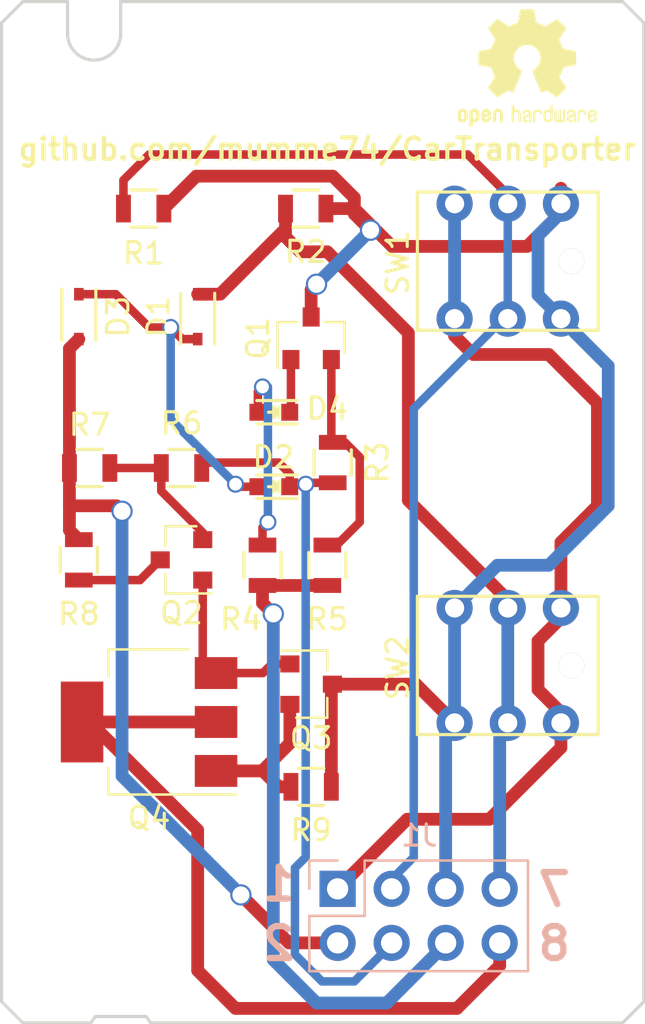
<source format=kicad_pcb>
(kicad_pcb (version 4) (host pcbnew 4.0.7)

  (general
    (links 43)
    (no_connects 0)
    (area 99.924999 99.924999 138.78781 152.508096)
    (thickness 1.6)
    (drawings 23)
    (tracks 165)
    (zones 0)
    (modules 23)
    (nets 17)
  )

  (page A4)
  (layers
    (0 F.Cu signal)
    (31 B.Cu signal)
    (32 B.Adhes user)
    (33 F.Adhes user)
    (34 B.Paste user)
    (35 F.Paste user)
    (36 B.SilkS user)
    (37 F.SilkS user)
    (38 B.Mask user)
    (39 F.Mask user)
    (40 Dwgs.User user)
    (41 Cmts.User user)
    (42 Eco1.User user)
    (43 Eco2.User user)
    (44 Edge.Cuts user)
    (45 Margin user)
    (46 B.CrtYd user)
    (47 F.CrtYd user)
    (48 B.Fab user)
    (49 F.Fab user)
  )

  (setup
    (last_trace_width 0.4)
    (trace_clearance 0.3)
    (zone_clearance 0.508)
    (zone_45_only no)
    (trace_min 0.2)
    (segment_width 0.2)
    (edge_width 0.15)
    (via_size 0.8)
    (via_drill 0.6)
    (via_min_size 0.4)
    (via_min_drill 0.3)
    (uvia_size 0.3)
    (uvia_drill 0.1)
    (uvias_allowed no)
    (uvia_min_size 0.2)
    (uvia_min_drill 0.1)
    (pcb_text_width 0.3)
    (pcb_text_size 1.5 1.5)
    (mod_edge_width 0.15)
    (mod_text_size 1 1)
    (mod_text_width 0.15)
    (pad_size 3.2 3.2)
    (pad_drill 3.2)
    (pad_to_mask_clearance 0.2)
    (aux_axis_origin 0 0)
    (visible_elements FFFFFF7F)
    (pcbplotparams
      (layerselection 0x010f0_80000001)
      (usegerberextensions false)
      (usegerberattributes true)
      (excludeedgelayer false)
      (linewidth 0.100000)
      (plotframeref false)
      (viasonmask false)
      (mode 1)
      (useauxorigin true)
      (hpglpennumber 1)
      (hpglpenspeed 20)
      (hpglpendiameter 15)
      (hpglpenoverlay 2)
      (psnegative false)
      (psa4output false)
      (plotreference true)
      (plotvalue true)
      (plotinvisibletext false)
      (padsonsilk false)
      (subtractmaskfromsilk false)
      (outputformat 1)
      (mirror false)
      (drillshape 0)
      (scaleselection 1)
      (outputdirectory gerber))
  )

  (net 0 "")
  (net 1 "Net-(D1-Pad1)")
  (net 2 non_invert)
  (net 3 activated_signal)
  (net 4 15)
  (net 5 "Net-(D4-Pad2)")
  (net 6 "Net-(D4-Pad1)")
  (net 7 30)
  (net 8 invert)
  (net 9 31)
  (net 10 58)
  (net 11 parkindicator_lamp)
  (net 12 "Net-(Q1-Pad2)")
  (net 13 "Net-(Q2-Pad1)")
  (net 14 "Net-(Q2-Pad2)")
  (net 15 "Net-(Q2-Pad3)")
  (net 16 "Net-(Q3-Pad2)")

  (net_class Default "This is the default net class."
    (clearance 0.3)
    (trace_width 0.4)
    (via_dia 0.8)
    (via_drill 0.6)
    (uvia_dia 0.3)
    (uvia_drill 0.1)
    (add_net "Net-(D1-Pad1)")
    (add_net "Net-(D4-Pad1)")
    (add_net "Net-(D4-Pad2)")
    (add_net "Net-(Q1-Pad2)")
    (add_net "Net-(Q2-Pad1)")
    (add_net "Net-(Q2-Pad2)")
    (add_net "Net-(Q2-Pad3)")
    (add_net activated_signal)
    (add_net invert)
  )

  (net_class 0,6 ""
    (clearance 0.3)
    (trace_width 0.6)
    (via_dia 1)
    (via_drill 0.8)
    (uvia_dia 0.3)
    (uvia_drill 0.1)
    (add_net 15)
    (add_net 30)
    (add_net 31)
    (add_net 58)
    (add_net "Net-(Q3-Pad2)")
    (add_net non_invert)
    (add_net parkindicator_lamp)
  )

  (module Diodes_SMD:SOD-323 (layer F.Cu) (tedit 5B450D29) (tstamp 5B44E3BC)
    (at 109.22 114.808 90)
    (descr SOD-323)
    (tags SOD-323)
    (path /5B448F4A)
    (attr smd)
    (fp_text reference D1 (at 0 -1.85 90) (layer F.SilkS)
      (effects (font (size 1 1) (thickness 0.15)))
    )
    (fp_text value 1n4448ws (at 0.1 1.9 90) (layer F.Fab) hide
      (effects (font (size 1 1) (thickness 0.15)))
    )
    (fp_line (start 0.2 0) (end 0.45 0) (layer F.Fab) (width 0.15))
    (fp_line (start 0.2 0.35) (end -0.3 0) (layer F.Fab) (width 0.15))
    (fp_line (start 0.2 -0.35) (end 0.2 0.35) (layer F.Fab) (width 0.15))
    (fp_line (start -0.3 0) (end 0.2 -0.35) (layer F.Fab) (width 0.15))
    (fp_line (start -0.3 0) (end -0.5 0) (layer F.Fab) (width 0.15))
    (fp_line (start -0.3 -0.35) (end -0.3 0.35) (layer F.Fab) (width 0.15))
    (fp_line (start -0.85 0.65) (end -0.85 -0.65) (layer F.Fab) (width 0.15))
    (fp_line (start 0.85 0.65) (end -0.85 0.65) (layer F.Fab) (width 0.15))
    (fp_line (start 0.85 -0.65) (end 0.85 0.65) (layer F.Fab) (width 0.15))
    (fp_line (start -0.85 -0.65) (end 0.85 -0.65) (layer F.Fab) (width 0.15))
    (fp_line (start -1.5 -0.95) (end 1.5 -0.95) (layer F.CrtYd) (width 0.05))
    (fp_line (start 1.5 -0.95) (end 1.5 0.95) (layer F.CrtYd) (width 0.05))
    (fp_line (start -1.5 0.95) (end 1.5 0.95) (layer F.CrtYd) (width 0.05))
    (fp_line (start -1.5 -0.95) (end -1.5 0.95) (layer F.CrtYd) (width 0.05))
    (fp_line (start -1.3 0.8) (end 1.1 0.8) (layer F.SilkS) (width 0.15))
    (fp_line (start -1.3 -0.8) (end 1.1 -0.8) (layer F.SilkS) (width 0.15))
    (pad 1 smd rect (at -1.055 0 90) (size 0.59 0.45) (layers F.Cu F.Paste F.Mask)
      (net 1 "Net-(D1-Pad1)"))
    (pad 2 smd rect (at 1.055 0 90) (size 0.59 0.45) (layers F.Cu F.Paste F.Mask)
      (net 2 non_invert))
    (model Diodes_SMD.3dshapes/SOD-323.wrl
      (at (xyz 0 0 0))
      (scale (xyz 1 1 1))
      (rotate (xyz 0 0 180))
    )
  )

  (module LEDs:LED_0603 (layer F.Cu) (tedit 5B450E04) (tstamp 5B44E3C2)
    (at 112.8 122.8 180)
    (descr "LED 0603 smd package")
    (tags "LED led 0603 SMD smd SMT smt smdled SMDLED smtled SMTLED")
    (path /5B44907E)
    (attr smd)
    (fp_text reference D2 (at 0.024 1.388 180) (layer F.SilkS)
      (effects (font (size 1 1) (thickness 0.15)))
    )
    (fp_text value LED_red (at 0 1.5 180) (layer F.Fab) hide
      (effects (font (size 1 1) (thickness 0.15)))
    )
    (fp_line (start -0.3 -0.2) (end -0.3 0.2) (layer F.Fab) (width 0.15))
    (fp_line (start -0.2 0) (end 0.1 -0.2) (layer F.Fab) (width 0.15))
    (fp_line (start 0.1 0.2) (end -0.2 0) (layer F.Fab) (width 0.15))
    (fp_line (start 0.1 -0.2) (end 0.1 0.2) (layer F.Fab) (width 0.15))
    (fp_line (start 0.8 0.4) (end -0.8 0.4) (layer F.Fab) (width 0.15))
    (fp_line (start 0.8 -0.4) (end 0.8 0.4) (layer F.Fab) (width 0.15))
    (fp_line (start -0.8 -0.4) (end 0.8 -0.4) (layer F.Fab) (width 0.15))
    (fp_line (start -0.8 0.4) (end -0.8 -0.4) (layer F.Fab) (width 0.15))
    (fp_line (start -1.1 0.55) (end 0.8 0.55) (layer F.SilkS) (width 0.15))
    (fp_line (start -1.1 -0.55) (end 0.8 -0.55) (layer F.SilkS) (width 0.15))
    (fp_line (start -0.2 0) (end 0.25 0) (layer F.SilkS) (width 0.15))
    (fp_line (start -0.25 -0.25) (end -0.25 0.25) (layer F.SilkS) (width 0.15))
    (fp_line (start -0.25 0) (end 0 -0.25) (layer F.SilkS) (width 0.15))
    (fp_line (start 0 -0.25) (end 0 0.25) (layer F.SilkS) (width 0.15))
    (fp_line (start 0 0.25) (end -0.25 0) (layer F.SilkS) (width 0.15))
    (fp_line (start 1.4 -0.75) (end 1.4 0.75) (layer F.CrtYd) (width 0.05))
    (fp_line (start 1.4 0.75) (end -1.4 0.75) (layer F.CrtYd) (width 0.05))
    (fp_line (start -1.4 0.75) (end -1.4 -0.75) (layer F.CrtYd) (width 0.05))
    (fp_line (start -1.4 -0.75) (end 1.4 -0.75) (layer F.CrtYd) (width 0.05))
    (pad 2 smd rect (at 0.7493 0) (size 0.79756 0.79756) (layers F.Cu F.Paste F.Mask)
      (net 1 "Net-(D1-Pad1)"))
    (pad 1 smd rect (at -0.7493 0) (size 0.79756 0.79756) (layers F.Cu F.Paste F.Mask)
      (net 3 activated_signal))
    (model LEDs.3dshapes/LED_0603.wrl
      (at (xyz 0 0 0))
      (scale (xyz 1 1 1))
      (rotate (xyz 0 0 180))
    )
  )

  (module Diodes_SMD:SOD-323 (layer F.Cu) (tedit 5B450D25) (tstamp 5B44E3C8)
    (at 103.632 114.808 270)
    (descr SOD-323)
    (tags SOD-323)
    (path /5B449024)
    (attr smd)
    (fp_text reference D3 (at 0 -1.85 270) (layer F.SilkS)
      (effects (font (size 1 1) (thickness 0.15)))
    )
    (fp_text value 1n4448ws (at 0.1 1.9 270) (layer F.Fab) hide
      (effects (font (size 1 1) (thickness 0.15)))
    )
    (fp_line (start 0.2 0) (end 0.45 0) (layer F.Fab) (width 0.15))
    (fp_line (start 0.2 0.35) (end -0.3 0) (layer F.Fab) (width 0.15))
    (fp_line (start 0.2 -0.35) (end 0.2 0.35) (layer F.Fab) (width 0.15))
    (fp_line (start -0.3 0) (end 0.2 -0.35) (layer F.Fab) (width 0.15))
    (fp_line (start -0.3 0) (end -0.5 0) (layer F.Fab) (width 0.15))
    (fp_line (start -0.3 -0.35) (end -0.3 0.35) (layer F.Fab) (width 0.15))
    (fp_line (start -0.85 0.65) (end -0.85 -0.65) (layer F.Fab) (width 0.15))
    (fp_line (start 0.85 0.65) (end -0.85 0.65) (layer F.Fab) (width 0.15))
    (fp_line (start 0.85 -0.65) (end 0.85 0.65) (layer F.Fab) (width 0.15))
    (fp_line (start -0.85 -0.65) (end 0.85 -0.65) (layer F.Fab) (width 0.15))
    (fp_line (start -1.5 -0.95) (end 1.5 -0.95) (layer F.CrtYd) (width 0.05))
    (fp_line (start 1.5 -0.95) (end 1.5 0.95) (layer F.CrtYd) (width 0.05))
    (fp_line (start -1.5 0.95) (end 1.5 0.95) (layer F.CrtYd) (width 0.05))
    (fp_line (start -1.5 -0.95) (end -1.5 0.95) (layer F.CrtYd) (width 0.05))
    (fp_line (start -1.3 0.8) (end 1.1 0.8) (layer F.SilkS) (width 0.15))
    (fp_line (start -1.3 -0.8) (end 1.1 -0.8) (layer F.SilkS) (width 0.15))
    (pad 1 smd rect (at -1.055 0 270) (size 0.59 0.45) (layers F.Cu F.Paste F.Mask)
      (net 1 "Net-(D1-Pad1)"))
    (pad 2 smd rect (at 1.055 0 270) (size 0.59 0.45) (layers F.Cu F.Paste F.Mask)
      (net 4 15))
    (model Diodes_SMD.3dshapes/SOD-323.wrl
      (at (xyz 0 0 0))
      (scale (xyz 1 1 1))
      (rotate (xyz 0 0 180))
    )
  )

  (module LEDs:LED_0603 (layer F.Cu) (tedit 5B450DF5) (tstamp 5B44E3CE)
    (at 112.8 119.3 180)
    (descr "LED 0603 smd package")
    (tags "LED led 0603 SMD smd SMT smt smdled SMDLED smtled SMTLED")
    (path /5B4482D1)
    (attr smd)
    (fp_text reference D4 (at -2.516 0.174 180) (layer F.SilkS)
      (effects (font (size 1 1) (thickness 0.15)))
    )
    (fp_text value LED_green_yellow (at 0 1.5 180) (layer F.Fab) hide
      (effects (font (size 1 1) (thickness 0.15)))
    )
    (fp_line (start -0.3 -0.2) (end -0.3 0.2) (layer F.Fab) (width 0.15))
    (fp_line (start -0.2 0) (end 0.1 -0.2) (layer F.Fab) (width 0.15))
    (fp_line (start 0.1 0.2) (end -0.2 0) (layer F.Fab) (width 0.15))
    (fp_line (start 0.1 -0.2) (end 0.1 0.2) (layer F.Fab) (width 0.15))
    (fp_line (start 0.8 0.4) (end -0.8 0.4) (layer F.Fab) (width 0.15))
    (fp_line (start 0.8 -0.4) (end 0.8 0.4) (layer F.Fab) (width 0.15))
    (fp_line (start -0.8 -0.4) (end 0.8 -0.4) (layer F.Fab) (width 0.15))
    (fp_line (start -0.8 0.4) (end -0.8 -0.4) (layer F.Fab) (width 0.15))
    (fp_line (start -1.1 0.55) (end 0.8 0.55) (layer F.SilkS) (width 0.15))
    (fp_line (start -1.1 -0.55) (end 0.8 -0.55) (layer F.SilkS) (width 0.15))
    (fp_line (start -0.2 0) (end 0.25 0) (layer F.SilkS) (width 0.15))
    (fp_line (start -0.25 -0.25) (end -0.25 0.25) (layer F.SilkS) (width 0.15))
    (fp_line (start -0.25 0) (end 0 -0.25) (layer F.SilkS) (width 0.15))
    (fp_line (start 0 -0.25) (end 0 0.25) (layer F.SilkS) (width 0.15))
    (fp_line (start 0 0.25) (end -0.25 0) (layer F.SilkS) (width 0.15))
    (fp_line (start 1.4 -0.75) (end 1.4 0.75) (layer F.CrtYd) (width 0.05))
    (fp_line (start 1.4 0.75) (end -1.4 0.75) (layer F.CrtYd) (width 0.05))
    (fp_line (start -1.4 0.75) (end -1.4 -0.75) (layer F.CrtYd) (width 0.05))
    (fp_line (start -1.4 -0.75) (end 1.4 -0.75) (layer F.CrtYd) (width 0.05))
    (pad 2 smd rect (at 0.7493 0) (size 0.79756 0.79756) (layers F.Cu F.Paste F.Mask)
      (net 5 "Net-(D4-Pad2)"))
    (pad 1 smd rect (at -0.7493 0) (size 0.79756 0.79756) (layers F.Cu F.Paste F.Mask)
      (net 6 "Net-(D4-Pad1)"))
    (model LEDs.3dshapes/LED_0603.wrl
      (at (xyz 0 0 0))
      (scale (xyz 1 1 1))
      (rotate (xyz 0 0 180))
    )
  )

  (module Pin_Headers:Pin_Header_Straight_2x04_Pitch2.54mm (layer B.Cu) (tedit 5B451E7E) (tstamp 5B44E3DA)
    (at 115.8 141.7 270)
    (descr "Through hole straight pin header, 2x04, 2.54mm pitch, double rows")
    (tags "Through hole pin header THT 2x04 2.54mm double row")
    (path /5B4480DF)
    (fp_text reference J1 (at -2.508 -3.834 360) (layer B.SilkS)
      (effects (font (size 1 1) (thickness 0.15)) (justify mirror))
    )
    (fp_text value Conn_02x04_Top_Bottom (at 1.27 -9.95 270) (layer B.Fab) hide
      (effects (font (size 1 1) (thickness 0.15)) (justify mirror))
    )
    (fp_line (start 0 1.27) (end 3.81 1.27) (layer B.Fab) (width 0.1))
    (fp_line (start 3.81 1.27) (end 3.81 -8.89) (layer B.Fab) (width 0.1))
    (fp_line (start 3.81 -8.89) (end -1.27 -8.89) (layer B.Fab) (width 0.1))
    (fp_line (start -1.27 -8.89) (end -1.27 0) (layer B.Fab) (width 0.1))
    (fp_line (start -1.27 0) (end 0 1.27) (layer B.Fab) (width 0.1))
    (fp_line (start -1.33 -8.95) (end 3.87 -8.95) (layer B.SilkS) (width 0.12))
    (fp_line (start -1.33 -1.27) (end -1.33 -8.95) (layer B.SilkS) (width 0.12))
    (fp_line (start 3.87 1.33) (end 3.87 -8.95) (layer B.SilkS) (width 0.12))
    (fp_line (start -1.33 -1.27) (end 1.27 -1.27) (layer B.SilkS) (width 0.12))
    (fp_line (start 1.27 -1.27) (end 1.27 1.33) (layer B.SilkS) (width 0.12))
    (fp_line (start 1.27 1.33) (end 3.87 1.33) (layer B.SilkS) (width 0.12))
    (fp_line (start -1.33 0) (end -1.33 1.33) (layer B.SilkS) (width 0.12))
    (fp_line (start -1.33 1.33) (end 0 1.33) (layer B.SilkS) (width 0.12))
    (fp_line (start -1.8 1.8) (end -1.8 -9.4) (layer B.CrtYd) (width 0.05))
    (fp_line (start -1.8 -9.4) (end 4.35 -9.4) (layer B.CrtYd) (width 0.05))
    (fp_line (start 4.35 -9.4) (end 4.35 1.8) (layer B.CrtYd) (width 0.05))
    (fp_line (start 4.35 1.8) (end -1.8 1.8) (layer B.CrtYd) (width 0.05))
    (fp_text user %R (at 1.27 -3.81 360) (layer B.Fab) hide
      (effects (font (size 1 1) (thickness 0.15)) (justify mirror))
    )
    (pad 1 thru_hole rect (at 0 0 270) (size 1.7 1.7) (drill 1) (layers *.Cu *.Mask)
      (net 7 30))
    (pad 2 thru_hole oval (at 2.54 0 270) (size 1.7 1.7) (drill 1) (layers *.Cu *.Mask)
      (net 4 15))
    (pad 3 thru_hole oval (at 0 -2.54 270) (size 1.7 1.7) (drill 1) (layers *.Cu *.Mask)
      (net 8 invert))
    (pad 4 thru_hole oval (at 2.54 -2.54 270) (size 1.7 1.7) (drill 1) (layers *.Cu *.Mask)
      (net 3 activated_signal))
    (pad 5 thru_hole oval (at 0 -5.08 270) (size 1.7 1.7) (drill 1) (layers *.Cu *.Mask)
      (net 9 31))
    (pad 6 thru_hole oval (at 2.54 -5.08 270) (size 1.7 1.7) (drill 1) (layers *.Cu *.Mask)
      (net 10 58))
    (pad 7 thru_hole oval (at 0 -7.62 270) (size 1.7 1.7) (drill 1) (layers *.Cu *.Mask)
      (net 2 non_invert))
    (pad 8 thru_hole oval (at 2.54 -7.62 270) (size 1.7 1.7) (drill 1) (layers *.Cu *.Mask)
      (net 11 parkindicator_lamp))
    (model ${KISYS3DMOD}/Pin_Headers.3dshapes/Pin_Header_Straight_2x04_Pitch2.54mm.wrl
      (at (xyz 0 0 0))
      (scale (xyz 1 1 1))
      (rotate (xyz 0 0 0))
    )
  )

  (module TO_SOT_Packages_SMD:SOT-23 (layer F.Cu) (tedit 5B450D33) (tstamp 5B44E3E1)
    (at 114.554 115.824 90)
    (descr "SOT-23, Standard")
    (tags SOT-23)
    (path /5B44CD27)
    (attr smd)
    (fp_text reference Q1 (at 0 -2.5 90) (layer F.SilkS)
      (effects (font (size 1 1) (thickness 0.15)))
    )
    (fp_text value BC847 (at 0 2.5 90) (layer F.Fab) hide
      (effects (font (size 1 1) (thickness 0.15)))
    )
    (fp_line (start 0.76 1.58) (end 0.76 0.65) (layer F.SilkS) (width 0.12))
    (fp_line (start 0.76 -1.58) (end 0.76 -0.65) (layer F.SilkS) (width 0.12))
    (fp_line (start 0.7 -1.52) (end 0.7 1.52) (layer F.Fab) (width 0.15))
    (fp_line (start -0.7 1.52) (end 0.7 1.52) (layer F.Fab) (width 0.15))
    (fp_line (start -1.7 -1.75) (end 1.7 -1.75) (layer F.CrtYd) (width 0.05))
    (fp_line (start 1.7 -1.75) (end 1.7 1.75) (layer F.CrtYd) (width 0.05))
    (fp_line (start 1.7 1.75) (end -1.7 1.75) (layer F.CrtYd) (width 0.05))
    (fp_line (start -1.7 1.75) (end -1.7 -1.75) (layer F.CrtYd) (width 0.05))
    (fp_line (start 0.76 -1.58) (end -1.4 -1.58) (layer F.SilkS) (width 0.12))
    (fp_line (start -0.7 -1.52) (end 0.7 -1.52) (layer F.Fab) (width 0.15))
    (fp_line (start -0.7 -1.52) (end -0.7 1.52) (layer F.Fab) (width 0.15))
    (fp_line (start 0.76 1.58) (end -0.7 1.58) (layer F.SilkS) (width 0.12))
    (pad 1 smd rect (at -1 -0.95 90) (size 0.9 0.8) (layers F.Cu F.Paste F.Mask)
      (net 6 "Net-(D4-Pad1)"))
    (pad 2 smd rect (at -1 0.95 90) (size 0.9 0.8) (layers F.Cu F.Paste F.Mask)
      (net 12 "Net-(Q1-Pad2)"))
    (pad 3 smd rect (at 1 0 90) (size 0.9 0.8) (layers F.Cu F.Paste F.Mask)
      (net 9 31))
    (model TO_SOT_Packages_SMD.3dshapes/SOT-23.wrl
      (at (xyz 0 0 0))
      (scale (xyz 1 1 1))
      (rotate (xyz 0 0 90))
    )
  )

  (module TO_SOT_Packages_SMD:SOT-23 (layer F.Cu) (tedit 5B450D51) (tstamp 5B44E3E8)
    (at 108.458 126.238 180)
    (descr "SOT-23, Standard")
    (tags SOT-23)
    (path /5B44A46A)
    (attr smd)
    (fp_text reference Q2 (at 0 -2.5 180) (layer F.SilkS)
      (effects (font (size 1 1) (thickness 0.15)))
    )
    (fp_text value BC857 (at 0 2.5 180) (layer F.Fab) hide
      (effects (font (size 1 1) (thickness 0.15)))
    )
    (fp_line (start 0.76 1.58) (end 0.76 0.65) (layer F.SilkS) (width 0.12))
    (fp_line (start 0.76 -1.58) (end 0.76 -0.65) (layer F.SilkS) (width 0.12))
    (fp_line (start 0.7 -1.52) (end 0.7 1.52) (layer F.Fab) (width 0.15))
    (fp_line (start -0.7 1.52) (end 0.7 1.52) (layer F.Fab) (width 0.15))
    (fp_line (start -1.7 -1.75) (end 1.7 -1.75) (layer F.CrtYd) (width 0.05))
    (fp_line (start 1.7 -1.75) (end 1.7 1.75) (layer F.CrtYd) (width 0.05))
    (fp_line (start 1.7 1.75) (end -1.7 1.75) (layer F.CrtYd) (width 0.05))
    (fp_line (start -1.7 1.75) (end -1.7 -1.75) (layer F.CrtYd) (width 0.05))
    (fp_line (start 0.76 -1.58) (end -1.4 -1.58) (layer F.SilkS) (width 0.12))
    (fp_line (start -0.7 -1.52) (end 0.7 -1.52) (layer F.Fab) (width 0.15))
    (fp_line (start -0.7 -1.52) (end -0.7 1.52) (layer F.Fab) (width 0.15))
    (fp_line (start 0.76 1.58) (end -0.7 1.58) (layer F.SilkS) (width 0.12))
    (pad 1 smd rect (at -1 -0.95 180) (size 0.9 0.8) (layers F.Cu F.Paste F.Mask)
      (net 13 "Net-(Q2-Pad1)"))
    (pad 2 smd rect (at -1 0.95 180) (size 0.9 0.8) (layers F.Cu F.Paste F.Mask)
      (net 14 "Net-(Q2-Pad2)"))
    (pad 3 smd rect (at 1 0 180) (size 0.9 0.8) (layers F.Cu F.Paste F.Mask)
      (net 15 "Net-(Q2-Pad3)"))
    (model TO_SOT_Packages_SMD.3dshapes/SOT-23.wrl
      (at (xyz 0 0 0))
      (scale (xyz 1 1 1))
      (rotate (xyz 0 0 90))
    )
  )

  (module TO_SOT_Packages_SMD:SOT-23 (layer F.Cu) (tedit 5B450DC2) (tstamp 5B44E3EF)
    (at 114.554 132.08)
    (descr "SOT-23, Standard")
    (tags SOT-23)
    (path /5B4495FD)
    (attr smd)
    (fp_text reference Q3 (at 0 2.54) (layer F.SilkS)
      (effects (font (size 1 1) (thickness 0.15)))
    )
    (fp_text value BC847 (at 0 2.5) (layer F.Fab) hide
      (effects (font (size 1 1) (thickness 0.15)))
    )
    (fp_line (start 0.76 1.58) (end 0.76 0.65) (layer F.SilkS) (width 0.12))
    (fp_line (start 0.76 -1.58) (end 0.76 -0.65) (layer F.SilkS) (width 0.12))
    (fp_line (start 0.7 -1.52) (end 0.7 1.52) (layer F.Fab) (width 0.15))
    (fp_line (start -0.7 1.52) (end 0.7 1.52) (layer F.Fab) (width 0.15))
    (fp_line (start -1.7 -1.75) (end 1.7 -1.75) (layer F.CrtYd) (width 0.05))
    (fp_line (start 1.7 -1.75) (end 1.7 1.75) (layer F.CrtYd) (width 0.05))
    (fp_line (start 1.7 1.75) (end -1.7 1.75) (layer F.CrtYd) (width 0.05))
    (fp_line (start -1.7 1.75) (end -1.7 -1.75) (layer F.CrtYd) (width 0.05))
    (fp_line (start 0.76 -1.58) (end -1.4 -1.58) (layer F.SilkS) (width 0.12))
    (fp_line (start -0.7 -1.52) (end 0.7 -1.52) (layer F.Fab) (width 0.15))
    (fp_line (start -0.7 -1.52) (end -0.7 1.52) (layer F.Fab) (width 0.15))
    (fp_line (start 0.76 1.58) (end -0.7 1.58) (layer F.SilkS) (width 0.12))
    (pad 1 smd rect (at -1 -0.95) (size 0.9 0.8) (layers F.Cu F.Paste F.Mask)
      (net 13 "Net-(Q2-Pad1)"))
    (pad 2 smd rect (at -1 0.95) (size 0.9 0.8) (layers F.Cu F.Paste F.Mask)
      (net 16 "Net-(Q3-Pad2)"))
    (pad 3 smd rect (at 1 0) (size 0.9 0.8) (layers F.Cu F.Paste F.Mask)
      (net 9 31))
    (model TO_SOT_Packages_SMD.3dshapes/SOT-23.wrl
      (at (xyz 0 0 0))
      (scale (xyz 1 1 1))
      (rotate (xyz 0 0 90))
    )
  )

  (module TO_SOT_Packages_SMD:SOT-223 (layer F.Cu) (tedit 5B450D5A) (tstamp 5B44E3F7)
    (at 106.934 133.858 180)
    (descr "module CMS SOT223 4 pins")
    (tags "CMS SOT")
    (path /5B44A09E)
    (attr smd)
    (fp_text reference Q4 (at 0 -4.5 180) (layer F.SilkS)
      (effects (font (size 1 1) (thickness 0.15)))
    )
    (fp_text value IRFL4310PBF (at 0 4.5 180) (layer F.Fab) hide
      (effects (font (size 1 1) (thickness 0.15)))
    )
    (fp_line (start 1.91 3.41) (end 1.91 2.15) (layer F.SilkS) (width 0.12))
    (fp_line (start 1.91 -3.41) (end 1.91 -2.15) (layer F.SilkS) (width 0.12))
    (fp_line (start 4.4 -3.6) (end -4.4 -3.6) (layer F.CrtYd) (width 0.05))
    (fp_line (start 4.4 3.6) (end 4.4 -3.6) (layer F.CrtYd) (width 0.05))
    (fp_line (start -4.4 3.6) (end 4.4 3.6) (layer F.CrtYd) (width 0.05))
    (fp_line (start -4.4 -3.6) (end -4.4 3.6) (layer F.CrtYd) (width 0.05))
    (fp_line (start -1.85 -3.35) (end -1.85 3.35) (layer F.Fab) (width 0.15))
    (fp_line (start -1.85 3.41) (end 1.91 3.41) (layer F.SilkS) (width 0.12))
    (fp_line (start -1.85 -3.35) (end 1.85 -3.35) (layer F.Fab) (width 0.15))
    (fp_line (start -4.1 -3.41) (end 1.91 -3.41) (layer F.SilkS) (width 0.12))
    (fp_line (start -1.85 3.35) (end 1.85 3.35) (layer F.Fab) (width 0.15))
    (fp_line (start 1.85 -3.35) (end 1.85 3.35) (layer F.Fab) (width 0.15))
    (pad 4 smd rect (at 3.15 0 180) (size 2 3.8) (layers F.Cu F.Paste F.Mask)
      (net 11 parkindicator_lamp))
    (pad 2 smd rect (at -3.15 0 180) (size 2 1.5) (layers F.Cu F.Paste F.Mask)
      (net 11 parkindicator_lamp))
    (pad 3 smd rect (at -3.15 2.3 180) (size 2 1.5) (layers F.Cu F.Paste F.Mask)
      (net 13 "Net-(Q2-Pad1)"))
    (pad 1 smd rect (at -3.15 -2.3 180) (size 2 1.5) (layers F.Cu F.Paste F.Mask)
      (net 16 "Net-(Q3-Pad2)"))
    (model TO_SOT_Packages_SMD.3dshapes/SOT-223.wrl
      (at (xyz 0 0 0))
      (scale (xyz 0.4 0.4 0.4))
      (rotate (xyz 0 0 90))
    )
  )

  (module Resistors_SMD:R_0805 (layer F.Cu) (tedit 5B450D0F) (tstamp 5B44E3FD)
    (at 106.68 109.728 180)
    (descr "Resistor SMD 0805, reflow soldering, Vishay (see dcrcw.pdf)")
    (tags "resistor 0805")
    (path /5B448A20)
    (attr smd)
    (fp_text reference R1 (at 0 -2.1 180) (layer F.SilkS)
      (effects (font (size 1 1) (thickness 0.15)))
    )
    (fp_text value 1k (at 0 2.1 180) (layer F.Fab) hide
      (effects (font (size 1 1) (thickness 0.15)))
    )
    (fp_line (start -1 0.625) (end -1 -0.625) (layer F.Fab) (width 0.1))
    (fp_line (start 1 0.625) (end -1 0.625) (layer F.Fab) (width 0.1))
    (fp_line (start 1 -0.625) (end 1 0.625) (layer F.Fab) (width 0.1))
    (fp_line (start -1 -0.625) (end 1 -0.625) (layer F.Fab) (width 0.1))
    (fp_line (start -1.6 -1) (end 1.6 -1) (layer F.CrtYd) (width 0.05))
    (fp_line (start -1.6 1) (end 1.6 1) (layer F.CrtYd) (width 0.05))
    (fp_line (start -1.6 -1) (end -1.6 1) (layer F.CrtYd) (width 0.05))
    (fp_line (start 1.6 -1) (end 1.6 1) (layer F.CrtYd) (width 0.05))
    (fp_line (start 0.6 0.875) (end -0.6 0.875) (layer F.SilkS) (width 0.15))
    (fp_line (start -0.6 -0.875) (end 0.6 -0.875) (layer F.SilkS) (width 0.15))
    (pad 1 smd rect (at -0.95 0 180) (size 0.7 1.3) (layers F.Cu F.Paste F.Mask)
      (net 9 31))
    (pad 2 smd rect (at 0.95 0 180) (size 0.7 1.3) (layers F.Cu F.Paste F.Mask)
      (net 8 invert))
    (model Resistors_SMD.3dshapes/R_0805.wrl
      (at (xyz 0 0 0))
      (scale (xyz 1 1 1))
      (rotate (xyz 0 0 0))
    )
  )

  (module Resistors_SMD:R_0805 (layer F.Cu) (tedit 5B450D1E) (tstamp 5B44E403)
    (at 114.3 109.728)
    (descr "Resistor SMD 0805, reflow soldering, Vishay (see dcrcw.pdf)")
    (tags "resistor 0805")
    (path /5B448A6C)
    (attr smd)
    (fp_text reference R2 (at 0 2.032) (layer F.SilkS)
      (effects (font (size 1 1) (thickness 0.15)))
    )
    (fp_text value 1k (at 0 2.1) (layer F.Fab) hide
      (effects (font (size 1 1) (thickness 0.15)))
    )
    (fp_line (start -1 0.625) (end -1 -0.625) (layer F.Fab) (width 0.1))
    (fp_line (start 1 0.625) (end -1 0.625) (layer F.Fab) (width 0.1))
    (fp_line (start 1 -0.625) (end 1 0.625) (layer F.Fab) (width 0.1))
    (fp_line (start -1 -0.625) (end 1 -0.625) (layer F.Fab) (width 0.1))
    (fp_line (start -1.6 -1) (end 1.6 -1) (layer F.CrtYd) (width 0.05))
    (fp_line (start -1.6 1) (end 1.6 1) (layer F.CrtYd) (width 0.05))
    (fp_line (start -1.6 -1) (end -1.6 1) (layer F.CrtYd) (width 0.05))
    (fp_line (start 1.6 -1) (end 1.6 1) (layer F.CrtYd) (width 0.05))
    (fp_line (start 0.6 0.875) (end -0.6 0.875) (layer F.SilkS) (width 0.15))
    (fp_line (start -0.6 -0.875) (end 0.6 -0.875) (layer F.SilkS) (width 0.15))
    (pad 1 smd rect (at -0.95 0) (size 0.7 1.3) (layers F.Cu F.Paste F.Mask)
      (net 2 non_invert))
    (pad 2 smd rect (at 0.95 0) (size 0.7 1.3) (layers F.Cu F.Paste F.Mask)
      (net 9 31))
    (model Resistors_SMD.3dshapes/R_0805.wrl
      (at (xyz 0 0 0))
      (scale (xyz 1 1 1))
      (rotate (xyz 0 0 0))
    )
  )

  (module Resistors_SMD:R_0805 (layer F.Cu) (tedit 5B450DFA) (tstamp 5B44E409)
    (at 115.57 121.666 270)
    (descr "Resistor SMD 0805, reflow soldering, Vishay (see dcrcw.pdf)")
    (tags "resistor 0805")
    (path /5B44D0A4)
    (attr smd)
    (fp_text reference R3 (at 0 -2.1 270) (layer F.SilkS)
      (effects (font (size 1 1) (thickness 0.15)))
    )
    (fp_text value 100 (at 0 2.1 270) (layer F.Fab) hide
      (effects (font (size 1 1) (thickness 0.15)))
    )
    (fp_line (start -1 0.625) (end -1 -0.625) (layer F.Fab) (width 0.1))
    (fp_line (start 1 0.625) (end -1 0.625) (layer F.Fab) (width 0.1))
    (fp_line (start 1 -0.625) (end 1 0.625) (layer F.Fab) (width 0.1))
    (fp_line (start -1 -0.625) (end 1 -0.625) (layer F.Fab) (width 0.1))
    (fp_line (start -1.6 -1) (end 1.6 -1) (layer F.CrtYd) (width 0.05))
    (fp_line (start -1.6 1) (end 1.6 1) (layer F.CrtYd) (width 0.05))
    (fp_line (start -1.6 -1) (end -1.6 1) (layer F.CrtYd) (width 0.05))
    (fp_line (start 1.6 -1) (end 1.6 1) (layer F.CrtYd) (width 0.05))
    (fp_line (start 0.6 0.875) (end -0.6 0.875) (layer F.SilkS) (width 0.15))
    (fp_line (start -0.6 -0.875) (end 0.6 -0.875) (layer F.SilkS) (width 0.15))
    (pad 1 smd rect (at -0.95 0 270) (size 0.7 1.3) (layers F.Cu F.Paste F.Mask)
      (net 12 "Net-(Q1-Pad2)"))
    (pad 2 smd rect (at 0.95 0 270) (size 0.7 1.3) (layers F.Cu F.Paste F.Mask)
      (net 3 activated_signal))
    (model Resistors_SMD.3dshapes/R_0805.wrl
      (at (xyz 0 0 0))
      (scale (xyz 1 1 1))
      (rotate (xyz 0 0 0))
    )
  )

  (module Resistors_SMD:R_0805 (layer F.Cu) (tedit 5B450D90) (tstamp 5B44E40F)
    (at 112.268 126.492 90)
    (descr "Resistor SMD 0805, reflow soldering, Vishay (see dcrcw.pdf)")
    (tags "resistor 0805")
    (path /5B4483E4)
    (attr smd)
    (fp_text reference R4 (at -2.54 -1.016 180) (layer F.SilkS)
      (effects (font (size 1 1) (thickness 0.15)))
    )
    (fp_text value 680 (at 0 2.1 90) (layer F.Fab) hide
      (effects (font (size 1 1) (thickness 0.15)))
    )
    (fp_line (start -1 0.625) (end -1 -0.625) (layer F.Fab) (width 0.1))
    (fp_line (start 1 0.625) (end -1 0.625) (layer F.Fab) (width 0.1))
    (fp_line (start 1 -0.625) (end 1 0.625) (layer F.Fab) (width 0.1))
    (fp_line (start -1 -0.625) (end 1 -0.625) (layer F.Fab) (width 0.1))
    (fp_line (start -1.6 -1) (end 1.6 -1) (layer F.CrtYd) (width 0.05))
    (fp_line (start -1.6 1) (end 1.6 1) (layer F.CrtYd) (width 0.05))
    (fp_line (start -1.6 -1) (end -1.6 1) (layer F.CrtYd) (width 0.05))
    (fp_line (start 1.6 -1) (end 1.6 1) (layer F.CrtYd) (width 0.05))
    (fp_line (start 0.6 0.875) (end -0.6 0.875) (layer F.SilkS) (width 0.15))
    (fp_line (start -0.6 -0.875) (end 0.6 -0.875) (layer F.SilkS) (width 0.15))
    (pad 1 smd rect (at -0.95 0 90) (size 0.7 1.3) (layers F.Cu F.Paste F.Mask)
      (net 10 58))
    (pad 2 smd rect (at 0.95 0 90) (size 0.7 1.3) (layers F.Cu F.Paste F.Mask)
      (net 5 "Net-(D4-Pad2)"))
    (model Resistors_SMD.3dshapes/R_0805.wrl
      (at (xyz 0 0 0))
      (scale (xyz 1 1 1))
      (rotate (xyz 0 0 0))
    )
  )

  (module Resistors_SMD:R_0805 (layer F.Cu) (tedit 5B450DC9) (tstamp 5B44E415)
    (at 115.316 126.492 90)
    (descr "Resistor SMD 0805, reflow soldering, Vishay (see dcrcw.pdf)")
    (tags "resistor 0805")
    (path /5B44CF11)
    (attr smd)
    (fp_text reference R5 (at -2.54 0 180) (layer F.SilkS)
      (effects (font (size 1 1) (thickness 0.15)))
    )
    (fp_text value 10k (at 0 2.1 90) (layer F.Fab) hide
      (effects (font (size 1 1) (thickness 0.15)))
    )
    (fp_line (start -1 0.625) (end -1 -0.625) (layer F.Fab) (width 0.1))
    (fp_line (start 1 0.625) (end -1 0.625) (layer F.Fab) (width 0.1))
    (fp_line (start 1 -0.625) (end 1 0.625) (layer F.Fab) (width 0.1))
    (fp_line (start -1 -0.625) (end 1 -0.625) (layer F.Fab) (width 0.1))
    (fp_line (start -1.6 -1) (end 1.6 -1) (layer F.CrtYd) (width 0.05))
    (fp_line (start -1.6 1) (end 1.6 1) (layer F.CrtYd) (width 0.05))
    (fp_line (start -1.6 -1) (end -1.6 1) (layer F.CrtYd) (width 0.05))
    (fp_line (start 1.6 -1) (end 1.6 1) (layer F.CrtYd) (width 0.05))
    (fp_line (start 0.6 0.875) (end -0.6 0.875) (layer F.SilkS) (width 0.15))
    (fp_line (start -0.6 -0.875) (end 0.6 -0.875) (layer F.SilkS) (width 0.15))
    (pad 1 smd rect (at -0.95 0 90) (size 0.7 1.3) (layers F.Cu F.Paste F.Mask)
      (net 10 58))
    (pad 2 smd rect (at 0.95 0 90) (size 0.7 1.3) (layers F.Cu F.Paste F.Mask)
      (net 12 "Net-(Q1-Pad2)"))
    (model Resistors_SMD.3dshapes/R_0805.wrl
      (at (xyz 0 0 0))
      (scale (xyz 1 1 1))
      (rotate (xyz 0 0 0))
    )
  )

  (module Resistors_SMD:R_0805 (layer F.Cu) (tedit 5B450D54) (tstamp 5B44E41B)
    (at 108.458 121.92)
    (descr "Resistor SMD 0805, reflow soldering, Vishay (see dcrcw.pdf)")
    (tags "resistor 0805")
    (path /5B44A626)
    (attr smd)
    (fp_text reference R6 (at 0 -2.1) (layer F.SilkS)
      (effects (font (size 1 1) (thickness 0.15)))
    )
    (fp_text value 1k (at 0 2.1) (layer F.Fab) hide
      (effects (font (size 1 1) (thickness 0.15)))
    )
    (fp_line (start -1 0.625) (end -1 -0.625) (layer F.Fab) (width 0.1))
    (fp_line (start 1 0.625) (end -1 0.625) (layer F.Fab) (width 0.1))
    (fp_line (start 1 -0.625) (end 1 0.625) (layer F.Fab) (width 0.1))
    (fp_line (start -1 -0.625) (end 1 -0.625) (layer F.Fab) (width 0.1))
    (fp_line (start -1.6 -1) (end 1.6 -1) (layer F.CrtYd) (width 0.05))
    (fp_line (start -1.6 1) (end 1.6 1) (layer F.CrtYd) (width 0.05))
    (fp_line (start -1.6 -1) (end -1.6 1) (layer F.CrtYd) (width 0.05))
    (fp_line (start 1.6 -1) (end 1.6 1) (layer F.CrtYd) (width 0.05))
    (fp_line (start 0.6 0.875) (end -0.6 0.875) (layer F.SilkS) (width 0.15))
    (fp_line (start -0.6 -0.875) (end 0.6 -0.875) (layer F.SilkS) (width 0.15))
    (pad 1 smd rect (at -0.95 0) (size 0.7 1.3) (layers F.Cu F.Paste F.Mask)
      (net 14 "Net-(Q2-Pad2)"))
    (pad 2 smd rect (at 0.95 0) (size 0.7 1.3) (layers F.Cu F.Paste F.Mask)
      (net 3 activated_signal))
    (model Resistors_SMD.3dshapes/R_0805.wrl
      (at (xyz 0 0 0))
      (scale (xyz 1 1 1))
      (rotate (xyz 0 0 0))
    )
  )

  (module Resistors_SMD:R_0805 (layer F.Cu) (tedit 5B450D4D) (tstamp 5B44E421)
    (at 104.14 121.92 180)
    (descr "Resistor SMD 0805, reflow soldering, Vishay (see dcrcw.pdf)")
    (tags "resistor 0805")
    (path /5B44D727)
    (attr smd)
    (fp_text reference R7 (at 0 2.032 180) (layer F.SilkS)
      (effects (font (size 1 1) (thickness 0.15)))
    )
    (fp_text value 10k (at 0 2.1 180) (layer F.Fab) hide
      (effects (font (size 1 1) (thickness 0.15)))
    )
    (fp_line (start -1 0.625) (end -1 -0.625) (layer F.Fab) (width 0.1))
    (fp_line (start 1 0.625) (end -1 0.625) (layer F.Fab) (width 0.1))
    (fp_line (start 1 -0.625) (end 1 0.625) (layer F.Fab) (width 0.1))
    (fp_line (start -1 -0.625) (end 1 -0.625) (layer F.Fab) (width 0.1))
    (fp_line (start -1.6 -1) (end 1.6 -1) (layer F.CrtYd) (width 0.05))
    (fp_line (start -1.6 1) (end 1.6 1) (layer F.CrtYd) (width 0.05))
    (fp_line (start -1.6 -1) (end -1.6 1) (layer F.CrtYd) (width 0.05))
    (fp_line (start 1.6 -1) (end 1.6 1) (layer F.CrtYd) (width 0.05))
    (fp_line (start 0.6 0.875) (end -0.6 0.875) (layer F.SilkS) (width 0.15))
    (fp_line (start -0.6 -0.875) (end 0.6 -0.875) (layer F.SilkS) (width 0.15))
    (pad 1 smd rect (at -0.95 0 180) (size 0.7 1.3) (layers F.Cu F.Paste F.Mask)
      (net 14 "Net-(Q2-Pad2)"))
    (pad 2 smd rect (at 0.95 0 180) (size 0.7 1.3) (layers F.Cu F.Paste F.Mask)
      (net 4 15))
    (model Resistors_SMD.3dshapes/R_0805.wrl
      (at (xyz 0 0 0))
      (scale (xyz 1 1 1))
      (rotate (xyz 0 0 0))
    )
  )

  (module Resistors_SMD:R_0805 (layer F.Cu) (tedit 5B450DD4) (tstamp 5B44E427)
    (at 103.632 126.238 270)
    (descr "Resistor SMD 0805, reflow soldering, Vishay (see dcrcw.pdf)")
    (tags "resistor 0805")
    (path /5B44943C)
    (attr smd)
    (fp_text reference R8 (at 2.54 0 360) (layer F.SilkS)
      (effects (font (size 1 1) (thickness 0.15)))
    )
    (fp_text value 1k (at 0 2.1 270) (layer F.Fab) hide
      (effects (font (size 1 1) (thickness 0.15)))
    )
    (fp_line (start -1 0.625) (end -1 -0.625) (layer F.Fab) (width 0.1))
    (fp_line (start 1 0.625) (end -1 0.625) (layer F.Fab) (width 0.1))
    (fp_line (start 1 -0.625) (end 1 0.625) (layer F.Fab) (width 0.1))
    (fp_line (start -1 -0.625) (end 1 -0.625) (layer F.Fab) (width 0.1))
    (fp_line (start -1.6 -1) (end 1.6 -1) (layer F.CrtYd) (width 0.05))
    (fp_line (start -1.6 1) (end 1.6 1) (layer F.CrtYd) (width 0.05))
    (fp_line (start -1.6 -1) (end -1.6 1) (layer F.CrtYd) (width 0.05))
    (fp_line (start 1.6 -1) (end 1.6 1) (layer F.CrtYd) (width 0.05))
    (fp_line (start 0.6 0.875) (end -0.6 0.875) (layer F.SilkS) (width 0.15))
    (fp_line (start -0.6 -0.875) (end 0.6 -0.875) (layer F.SilkS) (width 0.15))
    (pad 1 smd rect (at -0.95 0 270) (size 0.7 1.3) (layers F.Cu F.Paste F.Mask)
      (net 4 15))
    (pad 2 smd rect (at 0.95 0 270) (size 0.7 1.3) (layers F.Cu F.Paste F.Mask)
      (net 15 "Net-(Q2-Pad3)"))
    (model Resistors_SMD.3dshapes/R_0805.wrl
      (at (xyz 0 0 0))
      (scale (xyz 1 1 1))
      (rotate (xyz 0 0 0))
    )
  )

  (module Resistors_SMD:R_0805 (layer F.Cu) (tedit 5B450DBC) (tstamp 5B44E42D)
    (at 114.554 136.906)
    (descr "Resistor SMD 0805, reflow soldering, Vishay (see dcrcw.pdf)")
    (tags "resistor 0805")
    (path /5B4494DF)
    (attr smd)
    (fp_text reference R9 (at 0 2.032) (layer F.SilkS)
      (effects (font (size 1 1) (thickness 0.15)))
    )
    (fp_text value 3.3 (at 0 2.1) (layer F.Fab) hide
      (effects (font (size 1 1) (thickness 0.15)))
    )
    (fp_line (start -1 0.625) (end -1 -0.625) (layer F.Fab) (width 0.1))
    (fp_line (start 1 0.625) (end -1 0.625) (layer F.Fab) (width 0.1))
    (fp_line (start 1 -0.625) (end 1 0.625) (layer F.Fab) (width 0.1))
    (fp_line (start -1 -0.625) (end 1 -0.625) (layer F.Fab) (width 0.1))
    (fp_line (start -1.6 -1) (end 1.6 -1) (layer F.CrtYd) (width 0.05))
    (fp_line (start -1.6 1) (end 1.6 1) (layer F.CrtYd) (width 0.05))
    (fp_line (start -1.6 -1) (end -1.6 1) (layer F.CrtYd) (width 0.05))
    (fp_line (start 1.6 -1) (end 1.6 1) (layer F.CrtYd) (width 0.05))
    (fp_line (start 0.6 0.875) (end -0.6 0.875) (layer F.SilkS) (width 0.15))
    (fp_line (start -0.6 -0.875) (end 0.6 -0.875) (layer F.SilkS) (width 0.15))
    (pad 1 smd rect (at -0.95 0) (size 0.7 1.3) (layers F.Cu F.Paste F.Mask)
      (net 16 "Net-(Q3-Pad2)"))
    (pad 2 smd rect (at 0.95 0) (size 0.7 1.3) (layers F.Cu F.Paste F.Mask)
      (net 9 31))
    (model Resistors_SMD.3dshapes/R_0805.wrl
      (at (xyz 0 0 0))
      (scale (xyz 1 1 1))
      (rotate (xyz 0 0 0))
    )
  )

  (module SPPH410100:SPPH410100 (layer F.Cu) (tedit 5B45E251) (tstamp 5B44E43C)
    (at 123.8 112.2)
    (path /5B447C32)
    (fp_text reference SW1 (at -5.182 0.068 90) (layer F.SilkS)
      (effects (font (size 1 1) (thickness 0.15)))
    )
    (fp_text value SW_DPDT_x2 (at 0 -5.08) (layer F.Fab) hide
      (effects (font (size 1 1) (thickness 0.15)))
    )
    (fp_line (start -4.25 3.25) (end -4.25 -3.25) (layer F.SilkS) (width 0.15))
    (fp_line (start -4.25 -3.25) (end 4.25 -3.25) (layer F.SilkS) (width 0.15))
    (fp_line (start 4.25 -3.25) (end 4.25 3.25) (layer F.SilkS) (width 0.15))
    (fp_line (start 4.25 3.25) (end -4.25 3.25) (layer F.SilkS) (width 0.15))
    (pad 4 thru_hole circle (at -2.5 -2.7) (size 1.7 1.7) (drill 0.9) (layers *.Cu *.Mask)
      (net 7 30))
    (pad 5 thru_hole circle (at 0 -2.7) (size 1.7 1.7) (drill 0.9) (layers *.Cu *.Mask)
      (net 8 invert))
    (pad 6 thru_hole circle (at 2.5 -2.7) (size 1.7 1.7) (drill 0.9) (layers *.Cu *.Mask)
      (net 9 31))
    (pad 1 thru_hole circle (at -2.5 2.7) (size 1.7 1.7) (drill 0.9) (layers *.Cu *.Mask)
      (net 7 30))
    (pad 2 thru_hole circle (at 0 2.7) (size 1.7 1.7) (drill 0.9) (layers *.Cu *.Mask)
      (net 8 invert))
    (pad 3 thru_hole circle (at 2.5 2.7) (size 1.7 1.7) (drill 0.9) (layers *.Cu *.Mask)
      (net 9 31))
    (pad "" thru_hole circle (at 3 0) (size 1.2 1.2) (drill 1.2) (layers *.Cu *.Mask))
  )

  (module SPPH410100:SPPH410100 (layer F.Cu) (tedit 5B45E25F) (tstamp 5B44E44B)
    (at 123.8 131.2)
    (path /5B448064)
    (fp_text reference SW2 (at -5.182 0.118 90) (layer F.SilkS)
      (effects (font (size 1 1) (thickness 0.15)))
    )
    (fp_text value SW_DPDT_x2 (at 0 -5.08) (layer F.Fab) hide
      (effects (font (size 1 1) (thickness 0.15)))
    )
    (fp_line (start -4.25 3.25) (end -4.25 -3.25) (layer F.SilkS) (width 0.15))
    (fp_line (start -4.25 -3.25) (end 4.25 -3.25) (layer F.SilkS) (width 0.15))
    (fp_line (start 4.25 -3.25) (end 4.25 3.25) (layer F.SilkS) (width 0.15))
    (fp_line (start 4.25 3.25) (end -4.25 3.25) (layer F.SilkS) (width 0.15))
    (pad 4 thru_hole circle (at -2.5 -2.7) (size 1.7 1.7) (drill 0.9) (layers *.Cu *.Mask)
      (net 9 31))
    (pad 5 thru_hole circle (at 0 -2.7) (size 1.7 1.7) (drill 0.9) (layers *.Cu *.Mask)
      (net 2 non_invert))
    (pad 6 thru_hole circle (at 2.5 -2.7) (size 1.7 1.7) (drill 0.9) (layers *.Cu *.Mask)
      (net 7 30))
    (pad 1 thru_hole circle (at -2.5 2.7) (size 1.7 1.7) (drill 0.9) (layers *.Cu *.Mask)
      (net 9 31))
    (pad 2 thru_hole circle (at 0 2.7) (size 1.7 1.7) (drill 0.9) (layers *.Cu *.Mask)
      (net 2 non_invert))
    (pad 3 thru_hole circle (at 2.5 2.7) (size 1.7 1.7) (drill 0.9) (layers *.Cu *.Mask)
      (net 7 30))
    (pad "" thru_hole circle (at 3 0) (size 1.2 1.2) (drill 1.2) (layers *.Cu *.Mask))
  )

  (module Symbols:OSHW-Logo2_7.3x6mm_SilkScreen (layer F.Cu) (tedit 0) (tstamp 5B450CEB)
    (at 124.714 103.124)
    (descr "Open Source Hardware Symbol")
    (tags "Logo Symbol OSHW")
    (attr virtual)
    (fp_text reference REF*** (at 0 0) (layer F.SilkS) hide
      (effects (font (size 1 1) (thickness 0.15)))
    )
    (fp_text value OSHW-Logo2_7.3x6mm_SilkScreen (at 0.75 0) (layer F.Fab) hide
      (effects (font (size 1 1) (thickness 0.15)))
    )
    (fp_poly (pts (xy -2.400256 1.919918) (xy -2.344799 1.947568) (xy -2.295852 1.99848) (xy -2.282371 2.017338)
      (xy -2.267686 2.042015) (xy -2.258158 2.068816) (xy -2.252707 2.104587) (xy -2.250253 2.156169)
      (xy -2.249714 2.224267) (xy -2.252148 2.317588) (xy -2.260606 2.387657) (xy -2.276826 2.439931)
      (xy -2.302546 2.479869) (xy -2.339503 2.512929) (xy -2.342218 2.514886) (xy -2.37864 2.534908)
      (xy -2.422498 2.544815) (xy -2.478276 2.547257) (xy -2.568952 2.547257) (xy -2.56899 2.635283)
      (xy -2.569834 2.684308) (xy -2.574976 2.713065) (xy -2.588413 2.730311) (xy -2.614142 2.744808)
      (xy -2.620321 2.747769) (xy -2.649236 2.761648) (xy -2.671624 2.770414) (xy -2.688271 2.771171)
      (xy -2.699964 2.761023) (xy -2.70749 2.737073) (xy -2.711634 2.696426) (xy -2.713185 2.636186)
      (xy -2.712929 2.553455) (xy -2.711651 2.445339) (xy -2.711252 2.413) (xy -2.709815 2.301524)
      (xy -2.708528 2.228603) (xy -2.569029 2.228603) (xy -2.568245 2.290499) (xy -2.56476 2.330997)
      (xy -2.556876 2.357708) (xy -2.542895 2.378244) (xy -2.533403 2.38826) (xy -2.494596 2.417567)
      (xy -2.460237 2.419952) (xy -2.424784 2.39575) (xy -2.423886 2.394857) (xy -2.409461 2.376153)
      (xy -2.400687 2.350732) (xy -2.396261 2.311584) (xy -2.394882 2.251697) (xy -2.394857 2.23843)
      (xy -2.398188 2.155901) (xy -2.409031 2.098691) (xy -2.42866 2.063766) (xy -2.45835 2.048094)
      (xy -2.475509 2.046514) (xy -2.516234 2.053926) (xy -2.544168 2.07833) (xy -2.560983 2.12298)
      (xy -2.56835 2.19113) (xy -2.569029 2.228603) (xy -2.708528 2.228603) (xy -2.708292 2.215245)
      (xy -2.706323 2.150333) (xy -2.70355 2.102958) (xy -2.699612 2.06929) (xy -2.694151 2.045498)
      (xy -2.686808 2.027753) (xy -2.677223 2.012224) (xy -2.673113 2.006381) (xy -2.618595 1.951185)
      (xy -2.549664 1.91989) (xy -2.469928 1.911165) (xy -2.400256 1.919918)) (layer F.SilkS) (width 0.01))
    (fp_poly (pts (xy -1.283907 1.92778) (xy -1.237328 1.954723) (xy -1.204943 1.981466) (xy -1.181258 2.009484)
      (xy -1.164941 2.043748) (xy -1.154661 2.089227) (xy -1.149086 2.150892) (xy -1.146884 2.233711)
      (xy -1.146629 2.293246) (xy -1.146629 2.512391) (xy -1.208314 2.540044) (xy -1.27 2.567697)
      (xy -1.277257 2.32767) (xy -1.280256 2.238028) (xy -1.283402 2.172962) (xy -1.287299 2.128026)
      (xy -1.292553 2.09877) (xy -1.299769 2.080748) (xy -1.30955 2.069511) (xy -1.312688 2.067079)
      (xy -1.360239 2.048083) (xy -1.408303 2.0556) (xy -1.436914 2.075543) (xy -1.448553 2.089675)
      (xy -1.456609 2.10822) (xy -1.461729 2.136334) (xy -1.464559 2.179173) (xy -1.465744 2.241895)
      (xy -1.465943 2.307261) (xy -1.465982 2.389268) (xy -1.467386 2.447316) (xy -1.472086 2.486465)
      (xy -1.482013 2.51178) (xy -1.499097 2.528323) (xy -1.525268 2.541156) (xy -1.560225 2.554491)
      (xy -1.598404 2.569007) (xy -1.593859 2.311389) (xy -1.592029 2.218519) (xy -1.589888 2.149889)
      (xy -1.586819 2.100711) (xy -1.582206 2.066198) (xy -1.575432 2.041562) (xy -1.565881 2.022016)
      (xy -1.554366 2.00477) (xy -1.49881 1.94968) (xy -1.43102 1.917822) (xy -1.357287 1.910191)
      (xy -1.283907 1.92778)) (layer F.SilkS) (width 0.01))
    (fp_poly (pts (xy -2.958885 1.921962) (xy -2.890855 1.957733) (xy -2.840649 2.015301) (xy -2.822815 2.052312)
      (xy -2.808937 2.107882) (xy -2.801833 2.178096) (xy -2.80116 2.254727) (xy -2.806573 2.329552)
      (xy -2.81773 2.394342) (xy -2.834286 2.440873) (xy -2.839374 2.448887) (xy -2.899645 2.508707)
      (xy -2.971231 2.544535) (xy -3.048908 2.55502) (xy -3.127452 2.53881) (xy -3.149311 2.529092)
      (xy -3.191878 2.499143) (xy -3.229237 2.459433) (xy -3.232768 2.454397) (xy -3.247119 2.430124)
      (xy -3.256606 2.404178) (xy -3.26221 2.370022) (xy -3.264914 2.321119) (xy -3.265701 2.250935)
      (xy -3.265714 2.2352) (xy -3.265678 2.230192) (xy -3.120571 2.230192) (xy -3.119727 2.29643)
      (xy -3.116404 2.340386) (xy -3.109417 2.368779) (xy -3.097584 2.388325) (xy -3.091543 2.394857)
      (xy -3.056814 2.41968) (xy -3.023097 2.418548) (xy -2.989005 2.397016) (xy -2.968671 2.374029)
      (xy -2.956629 2.340478) (xy -2.949866 2.287569) (xy -2.949402 2.281399) (xy -2.948248 2.185513)
      (xy -2.960312 2.114299) (xy -2.98543 2.068194) (xy -3.02344 2.047635) (xy -3.037008 2.046514)
      (xy -3.072636 2.052152) (xy -3.097006 2.071686) (xy -3.111907 2.109042) (xy -3.119125 2.16815)
      (xy -3.120571 2.230192) (xy -3.265678 2.230192) (xy -3.265174 2.160413) (xy -3.262904 2.108159)
      (xy -3.257932 2.071949) (xy -3.249287 2.045299) (xy -3.235995 2.021722) (xy -3.233057 2.017338)
      (xy -3.183687 1.958249) (xy -3.129891 1.923947) (xy -3.064398 1.910331) (xy -3.042158 1.909665)
      (xy -2.958885 1.921962)) (layer F.SilkS) (width 0.01))
    (fp_poly (pts (xy -1.831697 1.931239) (xy -1.774473 1.969735) (xy -1.730251 2.025335) (xy -1.703833 2.096086)
      (xy -1.69849 2.148162) (xy -1.699097 2.169893) (xy -1.704178 2.186531) (xy -1.718145 2.201437)
      (xy -1.745411 2.217973) (xy -1.790388 2.239498) (xy -1.857489 2.269374) (xy -1.857829 2.269524)
      (xy -1.919593 2.297813) (xy -1.970241 2.322933) (xy -2.004596 2.342179) (xy -2.017482 2.352848)
      (xy -2.017486 2.352934) (xy -2.006128 2.376166) (xy -1.979569 2.401774) (xy -1.949077 2.420221)
      (xy -1.93363 2.423886) (xy -1.891485 2.411212) (xy -1.855192 2.379471) (xy -1.837483 2.344572)
      (xy -1.820448 2.318845) (xy -1.787078 2.289546) (xy -1.747851 2.264235) (xy -1.713244 2.250471)
      (xy -1.706007 2.249714) (xy -1.697861 2.26216) (xy -1.69737 2.293972) (xy -1.703357 2.336866)
      (xy -1.714643 2.382558) (xy -1.73005 2.422761) (xy -1.730829 2.424322) (xy -1.777196 2.489062)
      (xy -1.837289 2.533097) (xy -1.905535 2.554711) (xy -1.976362 2.552185) (xy -2.044196 2.523804)
      (xy -2.047212 2.521808) (xy -2.100573 2.473448) (xy -2.13566 2.410352) (xy -2.155078 2.327387)
      (xy -2.157684 2.304078) (xy -2.162299 2.194055) (xy -2.156767 2.142748) (xy -2.017486 2.142748)
      (xy -2.015676 2.174753) (xy -2.005778 2.184093) (xy -1.981102 2.177105) (xy -1.942205 2.160587)
      (xy -1.898725 2.139881) (xy -1.897644 2.139333) (xy -1.860791 2.119949) (xy -1.846 2.107013)
      (xy -1.849647 2.093451) (xy -1.865005 2.075632) (xy -1.904077 2.049845) (xy -1.946154 2.04795)
      (xy -1.983897 2.066717) (xy -2.009966 2.102915) (xy -2.017486 2.142748) (xy -2.156767 2.142748)
      (xy -2.152806 2.106027) (xy -2.12845 2.036212) (xy -2.094544 1.987302) (xy -2.033347 1.937878)
      (xy -1.965937 1.913359) (xy -1.89712 1.911797) (xy -1.831697 1.931239)) (layer F.SilkS) (width 0.01))
    (fp_poly (pts (xy -0.624114 1.851289) (xy -0.619861 1.910613) (xy -0.614975 1.945572) (xy -0.608205 1.96082)
      (xy -0.598298 1.961015) (xy -0.595086 1.959195) (xy -0.552356 1.946015) (xy -0.496773 1.946785)
      (xy -0.440263 1.960333) (xy -0.404918 1.977861) (xy -0.368679 2.005861) (xy -0.342187 2.037549)
      (xy -0.324001 2.077813) (xy -0.312678 2.131543) (xy -0.306778 2.203626) (xy -0.304857 2.298951)
      (xy -0.304823 2.317237) (xy -0.3048 2.522646) (xy -0.350509 2.53858) (xy -0.382973 2.54942)
      (xy -0.400785 2.554468) (xy -0.401309 2.554514) (xy -0.403063 2.540828) (xy -0.404556 2.503076)
      (xy -0.405674 2.446224) (xy -0.406303 2.375234) (xy -0.4064 2.332073) (xy -0.406602 2.246973)
      (xy -0.407642 2.185981) (xy -0.410169 2.144177) (xy -0.414836 2.116642) (xy -0.422293 2.098456)
      (xy -0.433189 2.084698) (xy -0.439993 2.078073) (xy -0.486728 2.051375) (xy -0.537728 2.049375)
      (xy -0.583999 2.071955) (xy -0.592556 2.080107) (xy -0.605107 2.095436) (xy -0.613812 2.113618)
      (xy -0.619369 2.139909) (xy -0.622474 2.179562) (xy -0.623824 2.237832) (xy -0.624114 2.318173)
      (xy -0.624114 2.522646) (xy -0.669823 2.53858) (xy -0.702287 2.54942) (xy -0.720099 2.554468)
      (xy -0.720623 2.554514) (xy -0.721963 2.540623) (xy -0.723172 2.501439) (xy -0.724199 2.4407)
      (xy -0.724998 2.362141) (xy -0.725519 2.269498) (xy -0.725714 2.166509) (xy -0.725714 1.769342)
      (xy -0.678543 1.749444) (xy -0.631371 1.729547) (xy -0.624114 1.851289)) (layer F.SilkS) (width 0.01))
    (fp_poly (pts (xy 0.039744 1.950968) (xy 0.096616 1.972087) (xy 0.097267 1.972493) (xy 0.13244 1.99838)
      (xy 0.158407 2.028633) (xy 0.17667 2.068058) (xy 0.188732 2.121462) (xy 0.196096 2.193651)
      (xy 0.200264 2.289432) (xy 0.200629 2.303078) (xy 0.205876 2.508842) (xy 0.161716 2.531678)
      (xy 0.129763 2.54711) (xy 0.11047 2.554423) (xy 0.109578 2.554514) (xy 0.106239 2.541022)
      (xy 0.103587 2.504626) (xy 0.101956 2.451452) (xy 0.1016 2.408393) (xy 0.101592 2.338641)
      (xy 0.098403 2.294837) (xy 0.087288 2.273944) (xy 0.063501 2.272925) (xy 0.022296 2.288741)
      (xy -0.039914 2.317815) (xy -0.085659 2.341963) (xy -0.109187 2.362913) (xy -0.116104 2.385747)
      (xy -0.116114 2.386877) (xy -0.104701 2.426212) (xy -0.070908 2.447462) (xy -0.019191 2.450539)
      (xy 0.018061 2.450006) (xy 0.037703 2.460735) (xy 0.049952 2.486505) (xy 0.057002 2.519337)
      (xy 0.046842 2.537966) (xy 0.043017 2.540632) (xy 0.007001 2.55134) (xy -0.043434 2.552856)
      (xy -0.095374 2.545759) (xy -0.132178 2.532788) (xy -0.183062 2.489585) (xy -0.211986 2.429446)
      (xy -0.217714 2.382462) (xy -0.213343 2.340082) (xy -0.197525 2.305488) (xy -0.166203 2.274763)
      (xy -0.115322 2.24399) (xy -0.040824 2.209252) (xy -0.036286 2.207288) (xy 0.030821 2.176287)
      (xy 0.072232 2.150862) (xy 0.089981 2.128014) (xy 0.086107 2.104745) (xy 0.062643 2.078056)
      (xy 0.055627 2.071914) (xy 0.00863 2.0481) (xy -0.040067 2.049103) (xy -0.082478 2.072451)
      (xy -0.110616 2.115675) (xy -0.113231 2.12416) (xy -0.138692 2.165308) (xy -0.170999 2.185128)
      (xy -0.217714 2.20477) (xy -0.217714 2.15395) (xy -0.203504 2.080082) (xy -0.161325 2.012327)
      (xy -0.139376 1.989661) (xy -0.089483 1.960569) (xy -0.026033 1.9474) (xy 0.039744 1.950968)) (layer F.SilkS) (width 0.01))
    (fp_poly (pts (xy 0.529926 1.949755) (xy 0.595858 1.974084) (xy 0.649273 2.017117) (xy 0.670164 2.047409)
      (xy 0.692939 2.102994) (xy 0.692466 2.143186) (xy 0.668562 2.170217) (xy 0.659717 2.174813)
      (xy 0.62153 2.189144) (xy 0.602028 2.185472) (xy 0.595422 2.161407) (xy 0.595086 2.148114)
      (xy 0.582992 2.09921) (xy 0.551471 2.064999) (xy 0.507659 2.048476) (xy 0.458695 2.052634)
      (xy 0.418894 2.074227) (xy 0.40545 2.086544) (xy 0.395921 2.101487) (xy 0.389485 2.124075)
      (xy 0.385317 2.159328) (xy 0.382597 2.212266) (xy 0.380502 2.287907) (xy 0.37996 2.311857)
      (xy 0.377981 2.39379) (xy 0.375731 2.451455) (xy 0.372357 2.489608) (xy 0.367006 2.513004)
      (xy 0.358824 2.526398) (xy 0.346959 2.534545) (xy 0.339362 2.538144) (xy 0.307102 2.550452)
      (xy 0.288111 2.554514) (xy 0.281836 2.540948) (xy 0.278006 2.499934) (xy 0.2766 2.430999)
      (xy 0.277598 2.333669) (xy 0.277908 2.318657) (xy 0.280101 2.229859) (xy 0.282693 2.165019)
      (xy 0.286382 2.119067) (xy 0.291864 2.086935) (xy 0.299835 2.063553) (xy 0.310993 2.043852)
      (xy 0.31683 2.03541) (xy 0.350296 1.998057) (xy 0.387727 1.969003) (xy 0.392309 1.966467)
      (xy 0.459426 1.946443) (xy 0.529926 1.949755)) (layer F.SilkS) (width 0.01))
    (fp_poly (pts (xy 1.190117 2.065358) (xy 1.189933 2.173837) (xy 1.189219 2.257287) (xy 1.187675 2.319704)
      (xy 1.185001 2.365085) (xy 1.180894 2.397429) (xy 1.175055 2.420733) (xy 1.167182 2.438995)
      (xy 1.161221 2.449418) (xy 1.111855 2.505945) (xy 1.049264 2.541377) (xy 0.980013 2.55409)
      (xy 0.910668 2.542463) (xy 0.869375 2.521568) (xy 0.826025 2.485422) (xy 0.796481 2.441276)
      (xy 0.778655 2.383462) (xy 0.770463 2.306313) (xy 0.769302 2.249714) (xy 0.769458 2.245647)
      (xy 0.870857 2.245647) (xy 0.871476 2.31055) (xy 0.874314 2.353514) (xy 0.88084 2.381622)
      (xy 0.892523 2.401953) (xy 0.906483 2.417288) (xy 0.953365 2.44689) (xy 1.003701 2.449419)
      (xy 1.051276 2.424705) (xy 1.054979 2.421356) (xy 1.070783 2.403935) (xy 1.080693 2.383209)
      (xy 1.086058 2.352362) (xy 1.088228 2.304577) (xy 1.088571 2.251748) (xy 1.087827 2.185381)
      (xy 1.084748 2.141106) (xy 1.078061 2.112009) (xy 1.066496 2.091173) (xy 1.057013 2.080107)
      (xy 1.01296 2.052198) (xy 0.962224 2.048843) (xy 0.913796 2.070159) (xy 0.90445 2.078073)
      (xy 0.88854 2.095647) (xy 0.87861 2.116587) (xy 0.873278 2.147782) (xy 0.871163 2.196122)
      (xy 0.870857 2.245647) (xy 0.769458 2.245647) (xy 0.77281 2.158568) (xy 0.784726 2.090086)
      (xy 0.807135 2.0386) (xy 0.842124 1.998443) (xy 0.869375 1.977861) (xy 0.918907 1.955625)
      (xy 0.976316 1.945304) (xy 1.029682 1.948067) (xy 1.059543 1.959212) (xy 1.071261 1.962383)
      (xy 1.079037 1.950557) (xy 1.084465 1.918866) (xy 1.088571 1.870593) (xy 1.093067 1.816829)
      (xy 1.099313 1.784482) (xy 1.110676 1.765985) (xy 1.130528 1.75377) (xy 1.143 1.748362)
      (xy 1.190171 1.728601) (xy 1.190117 2.065358)) (layer F.SilkS) (width 0.01))
    (fp_poly (pts (xy 1.779833 1.958663) (xy 1.782048 1.99685) (xy 1.783784 2.054886) (xy 1.784899 2.12818)
      (xy 1.785257 2.205055) (xy 1.785257 2.465196) (xy 1.739326 2.511127) (xy 1.707675 2.539429)
      (xy 1.67989 2.550893) (xy 1.641915 2.550168) (xy 1.62684 2.548321) (xy 1.579726 2.542948)
      (xy 1.540756 2.539869) (xy 1.531257 2.539585) (xy 1.499233 2.541445) (xy 1.453432 2.546114)
      (xy 1.435674 2.548321) (xy 1.392057 2.551735) (xy 1.362745 2.54432) (xy 1.33368 2.521427)
      (xy 1.323188 2.511127) (xy 1.277257 2.465196) (xy 1.277257 1.978602) (xy 1.314226 1.961758)
      (xy 1.346059 1.949282) (xy 1.364683 1.944914) (xy 1.369458 1.958718) (xy 1.373921 1.997286)
      (xy 1.377775 2.056356) (xy 1.380722 2.131663) (xy 1.382143 2.195286) (xy 1.386114 2.445657)
      (xy 1.420759 2.450556) (xy 1.452268 2.447131) (xy 1.467708 2.436041) (xy 1.472023 2.415308)
      (xy 1.475708 2.371145) (xy 1.478469 2.309146) (xy 1.480012 2.234909) (xy 1.480235 2.196706)
      (xy 1.480457 1.976783) (xy 1.526166 1.960849) (xy 1.558518 1.950015) (xy 1.576115 1.944962)
      (xy 1.576623 1.944914) (xy 1.578388 1.958648) (xy 1.580329 1.99673) (xy 1.582282 2.054482)
      (xy 1.584084 2.127227) (xy 1.585343 2.195286) (xy 1.589314 2.445657) (xy 1.6764 2.445657)
      (xy 1.680396 2.21724) (xy 1.684392 1.988822) (xy 1.726847 1.966868) (xy 1.758192 1.951793)
      (xy 1.776744 1.944951) (xy 1.777279 1.944914) (xy 1.779833 1.958663)) (layer F.SilkS) (width 0.01))
    (fp_poly (pts (xy 2.144876 1.956335) (xy 2.186667 1.975344) (xy 2.219469 1.998378) (xy 2.243503 2.024133)
      (xy 2.260097 2.057358) (xy 2.270577 2.1028) (xy 2.276271 2.165207) (xy 2.278507 2.249327)
      (xy 2.278743 2.304721) (xy 2.278743 2.520826) (xy 2.241774 2.53767) (xy 2.212656 2.549981)
      (xy 2.198231 2.554514) (xy 2.195472 2.541025) (xy 2.193282 2.504653) (xy 2.191942 2.451542)
      (xy 2.191657 2.409372) (xy 2.190434 2.348447) (xy 2.187136 2.300115) (xy 2.182321 2.270518)
      (xy 2.178496 2.264229) (xy 2.152783 2.270652) (xy 2.112418 2.287125) (xy 2.065679 2.309458)
      (xy 2.020845 2.333457) (xy 1.986193 2.35493) (xy 1.970002 2.369685) (xy 1.969938 2.369845)
      (xy 1.97133 2.397152) (xy 1.983818 2.423219) (xy 2.005743 2.444392) (xy 2.037743 2.451474)
      (xy 2.065092 2.450649) (xy 2.103826 2.450042) (xy 2.124158 2.459116) (xy 2.136369 2.483092)
      (xy 2.137909 2.487613) (xy 2.143203 2.521806) (xy 2.129047 2.542568) (xy 2.092148 2.552462)
      (xy 2.052289 2.554292) (xy 1.980562 2.540727) (xy 1.943432 2.521355) (xy 1.897576 2.475845)
      (xy 1.873256 2.419983) (xy 1.871073 2.360957) (xy 1.891629 2.305953) (xy 1.922549 2.271486)
      (xy 1.95342 2.252189) (xy 2.001942 2.227759) (xy 2.058485 2.202985) (xy 2.06791 2.199199)
      (xy 2.130019 2.171791) (xy 2.165822 2.147634) (xy 2.177337 2.123619) (xy 2.16658 2.096635)
      (xy 2.148114 2.075543) (xy 2.104469 2.049572) (xy 2.056446 2.047624) (xy 2.012406 2.067637)
      (xy 1.980709 2.107551) (xy 1.976549 2.117848) (xy 1.952327 2.155724) (xy 1.916965 2.183842)
      (xy 1.872343 2.206917) (xy 1.872343 2.141485) (xy 1.874969 2.101506) (xy 1.88623 2.069997)
      (xy 1.911199 2.036378) (xy 1.935169 2.010484) (xy 1.972441 1.973817) (xy 2.001401 1.954121)
      (xy 2.032505 1.94622) (xy 2.067713 1.944914) (xy 2.144876 1.956335)) (layer F.SilkS) (width 0.01))
    (fp_poly (pts (xy 2.6526 1.958752) (xy 2.669948 1.966334) (xy 2.711356 1.999128) (xy 2.746765 2.046547)
      (xy 2.768664 2.097151) (xy 2.772229 2.122098) (xy 2.760279 2.156927) (xy 2.734067 2.175357)
      (xy 2.705964 2.186516) (xy 2.693095 2.188572) (xy 2.686829 2.173649) (xy 2.674456 2.141175)
      (xy 2.669028 2.126502) (xy 2.63859 2.075744) (xy 2.59452 2.050427) (xy 2.53801 2.051206)
      (xy 2.533825 2.052203) (xy 2.503655 2.066507) (xy 2.481476 2.094393) (xy 2.466327 2.139287)
      (xy 2.45725 2.204615) (xy 2.453286 2.293804) (xy 2.452914 2.341261) (xy 2.45273 2.416071)
      (xy 2.451522 2.467069) (xy 2.448309 2.499471) (xy 2.442109 2.518495) (xy 2.43194 2.529356)
      (xy 2.416819 2.537272) (xy 2.415946 2.53767) (xy 2.386828 2.549981) (xy 2.372403 2.554514)
      (xy 2.370186 2.540809) (xy 2.368289 2.502925) (xy 2.366847 2.445715) (xy 2.365998 2.374027)
      (xy 2.365829 2.321565) (xy 2.366692 2.220047) (xy 2.37007 2.143032) (xy 2.377142 2.086023)
      (xy 2.389088 2.044526) (xy 2.40709 2.014043) (xy 2.432327 1.99008) (xy 2.457247 1.973355)
      (xy 2.517171 1.951097) (xy 2.586911 1.946076) (xy 2.6526 1.958752)) (layer F.SilkS) (width 0.01))
    (fp_poly (pts (xy 3.153595 1.966966) (xy 3.211021 2.004497) (xy 3.238719 2.038096) (xy 3.260662 2.099064)
      (xy 3.262405 2.147308) (xy 3.258457 2.211816) (xy 3.109686 2.276934) (xy 3.037349 2.310202)
      (xy 2.990084 2.336964) (xy 2.965507 2.360144) (xy 2.961237 2.382667) (xy 2.974889 2.407455)
      (xy 2.989943 2.423886) (xy 3.033746 2.450235) (xy 3.081389 2.452081) (xy 3.125145 2.431546)
      (xy 3.157289 2.390752) (xy 3.163038 2.376347) (xy 3.190576 2.331356) (xy 3.222258 2.312182)
      (xy 3.265714 2.295779) (xy 3.265714 2.357966) (xy 3.261872 2.400283) (xy 3.246823 2.435969)
      (xy 3.21528 2.476943) (xy 3.210592 2.482267) (xy 3.175506 2.51872) (xy 3.145347 2.538283)
      (xy 3.107615 2.547283) (xy 3.076335 2.55023) (xy 3.020385 2.550965) (xy 2.980555 2.54166)
      (xy 2.955708 2.527846) (xy 2.916656 2.497467) (xy 2.889625 2.464613) (xy 2.872517 2.423294)
      (xy 2.863238 2.367521) (xy 2.859693 2.291305) (xy 2.85941 2.252622) (xy 2.860372 2.206247)
      (xy 2.948007 2.206247) (xy 2.949023 2.231126) (xy 2.951556 2.2352) (xy 2.968274 2.229665)
      (xy 3.004249 2.215017) (xy 3.052331 2.19419) (xy 3.062386 2.189714) (xy 3.123152 2.158814)
      (xy 3.156632 2.131657) (xy 3.16399 2.10622) (xy 3.146391 2.080481) (xy 3.131856 2.069109)
      (xy 3.07941 2.046364) (xy 3.030322 2.050122) (xy 2.989227 2.077884) (xy 2.960758 2.127152)
      (xy 2.951631 2.166257) (xy 2.948007 2.206247) (xy 2.860372 2.206247) (xy 2.861285 2.162249)
      (xy 2.868196 2.095384) (xy 2.881884 2.046695) (xy 2.904096 2.010849) (xy 2.936574 1.982513)
      (xy 2.950733 1.973355) (xy 3.015053 1.949507) (xy 3.085473 1.948006) (xy 3.153595 1.966966)) (layer F.SilkS) (width 0.01))
    (fp_poly (pts (xy 0.10391 -2.757652) (xy 0.182454 -2.757222) (xy 0.239298 -2.756058) (xy 0.278105 -2.753793)
      (xy 0.302538 -2.75006) (xy 0.316262 -2.744494) (xy 0.32294 -2.736727) (xy 0.326236 -2.726395)
      (xy 0.326556 -2.725057) (xy 0.331562 -2.700921) (xy 0.340829 -2.653299) (xy 0.353392 -2.587259)
      (xy 0.368287 -2.507872) (xy 0.384551 -2.420204) (xy 0.385119 -2.417125) (xy 0.40141 -2.331211)
      (xy 0.416652 -2.255304) (xy 0.429861 -2.193955) (xy 0.440054 -2.151718) (xy 0.446248 -2.133145)
      (xy 0.446543 -2.132816) (xy 0.464788 -2.123747) (xy 0.502405 -2.108633) (xy 0.551271 -2.090738)
      (xy 0.551543 -2.090642) (xy 0.613093 -2.067507) (xy 0.685657 -2.038035) (xy 0.754057 -2.008403)
      (xy 0.757294 -2.006938) (xy 0.868702 -1.956374) (xy 1.115399 -2.12484) (xy 1.191077 -2.176197)
      (xy 1.259631 -2.222111) (xy 1.317088 -2.25997) (xy 1.359476 -2.287163) (xy 1.382825 -2.301079)
      (xy 1.385042 -2.302111) (xy 1.40201 -2.297516) (xy 1.433701 -2.275345) (xy 1.481352 -2.234553)
      (xy 1.546198 -2.174095) (xy 1.612397 -2.109773) (xy 1.676214 -2.046388) (xy 1.733329 -1.988549)
      (xy 1.780305 -1.939825) (xy 1.813703 -1.90379) (xy 1.830085 -1.884016) (xy 1.830694 -1.882998)
      (xy 1.832505 -1.869428) (xy 1.825683 -1.847267) (xy 1.80854 -1.813522) (xy 1.779393 -1.7652)
      (xy 1.736555 -1.699308) (xy 1.679448 -1.614483) (xy 1.628766 -1.539823) (xy 1.583461 -1.47286)
      (xy 1.54615 -1.417484) (xy 1.519452 -1.37758) (xy 1.505985 -1.357038) (xy 1.505137 -1.355644)
      (xy 1.506781 -1.335962) (xy 1.519245 -1.297707) (xy 1.540048 -1.248111) (xy 1.547462 -1.232272)
      (xy 1.579814 -1.16171) (xy 1.614328 -1.081647) (xy 1.642365 -1.012371) (xy 1.662568 -0.960955)
      (xy 1.678615 -0.921881) (xy 1.687888 -0.901459) (xy 1.689041 -0.899886) (xy 1.706096 -0.897279)
      (xy 1.746298 -0.890137) (xy 1.804302 -0.879477) (xy 1.874763 -0.866315) (xy 1.952335 -0.851667)
      (xy 2.031672 -0.836551) (xy 2.107431 -0.821982) (xy 2.174264 -0.808978) (xy 2.226828 -0.798555)
      (xy 2.259776 -0.79173) (xy 2.267857 -0.789801) (xy 2.276205 -0.785038) (xy 2.282506 -0.774282)
      (xy 2.287045 -0.753902) (xy 2.290104 -0.720266) (xy 2.291967 -0.669745) (xy 2.292918 -0.598708)
      (xy 2.29324 -0.503524) (xy 2.293257 -0.464508) (xy 2.293257 -0.147201) (xy 2.217057 -0.132161)
      (xy 2.174663 -0.124005) (xy 2.1114 -0.112101) (xy 2.034962 -0.097884) (xy 1.953043 -0.08279)
      (xy 1.9304 -0.078645) (xy 1.854806 -0.063947) (xy 1.788953 -0.049495) (xy 1.738366 -0.036625)
      (xy 1.708574 -0.026678) (xy 1.703612 -0.023713) (xy 1.691426 -0.002717) (xy 1.673953 0.037967)
      (xy 1.654577 0.090322) (xy 1.650734 0.1016) (xy 1.625339 0.171523) (xy 1.593817 0.250418)
      (xy 1.562969 0.321266) (xy 1.562817 0.321595) (xy 1.511447 0.432733) (xy 1.680399 0.681253)
      (xy 1.849352 0.929772) (xy 1.632429 1.147058) (xy 1.566819 1.211726) (xy 1.506979 1.268733)
      (xy 1.456267 1.315033) (xy 1.418046 1.347584) (xy 1.395675 1.363343) (xy 1.392466 1.364343)
      (xy 1.373626 1.356469) (xy 1.33518 1.334578) (xy 1.28133 1.301267) (xy 1.216276 1.259131)
      (xy 1.14594 1.211943) (xy 1.074555 1.16381) (xy 1.010908 1.121928) (xy 0.959041 1.088871)
      (xy 0.922995 1.067218) (xy 0.906867 1.059543) (xy 0.887189 1.066037) (xy 0.849875 1.08315)
      (xy 0.802621 1.107326) (xy 0.797612 1.110013) (xy 0.733977 1.141927) (xy 0.690341 1.157579)
      (xy 0.663202 1.157745) (xy 0.649057 1.143204) (xy 0.648975 1.143) (xy 0.641905 1.125779)
      (xy 0.625042 1.084899) (xy 0.599695 1.023525) (xy 0.567171 0.944819) (xy 0.528778 0.851947)
      (xy 0.485822 0.748072) (xy 0.444222 0.647502) (xy 0.398504 0.536516) (xy 0.356526 0.433703)
      (xy 0.319548 0.342215) (xy 0.288827 0.265201) (xy 0.265622 0.205815) (xy 0.25119 0.167209)
      (xy 0.246743 0.1528) (xy 0.257896 0.136272) (xy 0.287069 0.10993) (xy 0.325971 0.080887)
      (xy 0.436757 -0.010961) (xy 0.523351 -0.116241) (xy 0.584716 -0.232734) (xy 0.619815 -0.358224)
      (xy 0.627608 -0.490493) (xy 0.621943 -0.551543) (xy 0.591078 -0.678205) (xy 0.53792 -0.790059)
      (xy 0.465767 -0.885999) (xy 0.377917 -0.964924) (xy 0.277665 -1.02573) (xy 0.16831 -1.067313)
      (xy 0.053147 -1.088572) (xy -0.064525 -1.088401) (xy -0.18141 -1.065699) (xy -0.294211 -1.019362)
      (xy -0.399631 -0.948287) (xy -0.443632 -0.908089) (xy -0.528021 -0.804871) (xy -0.586778 -0.692075)
      (xy -0.620296 -0.57299) (xy -0.628965 -0.450905) (xy -0.613177 -0.329107) (xy -0.573322 -0.210884)
      (xy -0.509793 -0.099525) (xy -0.422979 0.001684) (xy -0.325971 0.080887) (xy -0.285563 0.111162)
      (xy -0.257018 0.137219) (xy -0.246743 0.152825) (xy -0.252123 0.169843) (xy -0.267425 0.2105)
      (xy -0.291388 0.271642) (xy -0.322756 0.350119) (xy -0.360268 0.44278) (xy -0.402667 0.546472)
      (xy -0.444337 0.647526) (xy -0.49031 0.758607) (xy -0.532893 0.861541) (xy -0.570779 0.953165)
      (xy -0.60266 1.030316) (xy -0.627229 1.089831) (xy -0.64318 1.128544) (xy -0.64909 1.143)
      (xy -0.663052 1.157685) (xy -0.69006 1.157642) (xy -0.733587 1.142099) (xy -0.79711 1.110284)
      (xy -0.797612 1.110013) (xy -0.84544 1.085323) (xy -0.884103 1.067338) (xy -0.905905 1.059614)
      (xy -0.906867 1.059543) (xy -0.923279 1.067378) (xy -0.959513 1.089165) (xy -1.011526 1.122328)
      (xy -1.075275 1.164291) (xy -1.14594 1.211943) (xy -1.217884 1.260191) (xy -1.282726 1.302151)
      (xy -1.336265 1.335227) (xy -1.374303 1.356821) (xy -1.392467 1.364343) (xy -1.409192 1.354457)
      (xy -1.44282 1.326826) (xy -1.48999 1.284495) (xy -1.547342 1.230505) (xy -1.611516 1.167899)
      (xy -1.632503 1.146983) (xy -1.849501 0.929623) (xy -1.684332 0.68722) (xy -1.634136 0.612781)
      (xy -1.590081 0.545972) (xy -1.554638 0.490665) (xy -1.530281 0.450729) (xy -1.519478 0.430036)
      (xy -1.519162 0.428563) (xy -1.524857 0.409058) (xy -1.540174 0.369822) (xy -1.562463 0.31743)
      (xy -1.578107 0.282355) (xy -1.607359 0.215201) (xy -1.634906 0.147358) (xy -1.656263 0.090034)
      (xy -1.662065 0.072572) (xy -1.678548 0.025938) (xy -1.69466 -0.010095) (xy -1.70351 -0.023713)
      (xy -1.72304 -0.032048) (xy -1.765666 -0.043863) (xy -1.825855 -0.057819) (xy -1.898078 -0.072578)
      (xy -1.9304 -0.078645) (xy -2.012478 -0.093727) (xy -2.091205 -0.108331) (xy -2.158891 -0.12102)
      (xy -2.20784 -0.130358) (xy -2.217057 -0.132161) (xy -2.293257 -0.147201) (xy -2.293257 -0.464508)
      (xy -2.293086 -0.568846) (xy -2.292384 -0.647787) (xy -2.290866 -0.704962) (xy -2.288251 -0.744001)
      (xy -2.284254 -0.768535) (xy -2.278591 -0.782195) (xy -2.27098 -0.788611) (xy -2.267857 -0.789801)
      (xy -2.249022 -0.79402) (xy -2.207412 -0.802438) (xy -2.14837 -0.814039) (xy -2.077243 -0.827805)
      (xy -1.999375 -0.84272) (xy -1.920113 -0.857768) (xy -1.844802 -0.871931) (xy -1.778787 -0.884194)
      (xy -1.727413 -0.893539) (xy -1.696025 -0.89895) (xy -1.689041 -0.899886) (xy -1.682715 -0.912404)
      (xy -1.66871 -0.945754) (xy -1.649645 -0.993623) (xy -1.642366 -1.012371) (xy -1.613004 -1.084805)
      (xy -1.578429 -1.16483) (xy -1.547463 -1.232272) (xy -1.524677 -1.283841) (xy -1.509518 -1.326215)
      (xy -1.504458 -1.352166) (xy -1.505264 -1.355644) (xy -1.515959 -1.372064) (xy -1.54038 -1.408583)
      (xy -1.575905 -1.461313) (xy -1.619913 -1.526365) (xy -1.669783 -1.599849) (xy -1.679644 -1.614355)
      (xy -1.737508 -1.700296) (xy -1.780044 -1.765739) (xy -1.808946 -1.813696) (xy -1.82591 -1.84718)
      (xy -1.832633 -1.869205) (xy -1.83081 -1.882783) (xy -1.830764 -1.882869) (xy -1.816414 -1.900703)
      (xy -1.784677 -1.935183) (xy -1.73899 -1.982732) (xy -1.682796 -2.039778) (xy -1.619532 -2.102745)
      (xy -1.612398 -2.109773) (xy -1.53267 -2.18698) (xy -1.471143 -2.24367) (xy -1.426579 -2.28089)
      (xy -1.397743 -2.299685) (xy -1.385042 -2.302111) (xy -1.366506 -2.291529) (xy -1.328039 -2.267084)
      (xy -1.273614 -2.231388) (xy -1.207202 -2.187053) (xy -1.132775 -2.136689) (xy -1.115399 -2.12484)
      (xy -0.868703 -1.956374) (xy -0.757294 -2.006938) (xy -0.689543 -2.036405) (xy -0.616817 -2.066041)
      (xy -0.554297 -2.08967) (xy -0.551543 -2.090642) (xy -0.50264 -2.108543) (xy -0.464943 -2.12368)
      (xy -0.446575 -2.13279) (xy -0.446544 -2.132816) (xy -0.440715 -2.149283) (xy -0.430808 -2.189781)
      (xy -0.417805 -2.249758) (xy -0.402691 -2.32466) (xy -0.386448 -2.409936) (xy -0.385119 -2.417125)
      (xy -0.368825 -2.504986) (xy -0.353867 -2.58474) (xy -0.341209 -2.651319) (xy -0.331814 -2.699653)
      (xy -0.326646 -2.724675) (xy -0.326556 -2.725057) (xy -0.323411 -2.735701) (xy -0.317296 -2.743738)
      (xy -0.304547 -2.749533) (xy -0.2815 -2.753453) (xy -0.244491 -2.755865) (xy -0.189856 -2.757135)
      (xy -0.113933 -2.757629) (xy -0.013056 -2.757714) (xy 0 -2.757714) (xy 0.10391 -2.757652)) (layer F.SilkS) (width 0.01))
  )

  (module Mounting_Holes:MountingHole_3.2mm_M3 (layer F.Cu) (tedit 5B45E20B) (tstamp 5B45E074)
    (at 123.6 121.1)
    (descr "Mounting Hole 3.2mm, no annular, M3")
    (tags "mounting hole 3.2mm no annular m3")
    (fp_text reference REF** (at 0 -4.2) (layer F.SilkS) hide
      (effects (font (size 1 1) (thickness 0.15)))
    )
    (fp_text value MountingHole_3.2mm_M3 (at 0 4.2) (layer F.Fab) hide
      (effects (font (size 1 1) (thickness 0.15)))
    )
    (fp_circle (center 0 0) (end 3.2 0) (layer Cmts.User) (width 0.15))
    (fp_circle (center 0 0) (end 3.45 0) (layer F.CrtYd) (width 0.05))
    (pad 1 np_thru_hole circle (at 0 0) (size 3.2 3.2) (drill 3.2) (layers *.Cu *.Mask))
  )

  (module Mounting_Holes:MountingHole_2.5mm (layer F.Cu) (tedit 5B45E1F2) (tstamp 5B45E0BB)
    (at 105.25 142.95)
    (descr "Mounting Hole 2.5mm, no annular")
    (tags "mounting hole 2.5mm no annular")
    (fp_text reference REF** (at 0 -3.5) (layer F.SilkS) hide
      (effects (font (size 1 1) (thickness 0.15)))
    )
    (fp_text value MountingHole_2.5mm (at 0 3.5) (layer F.Fab) hide
      (effects (font (size 1 1) (thickness 0.15)))
    )
    (fp_circle (center 0 0) (end 2.5 0) (layer Cmts.User) (width 0.15))
    (fp_circle (center 0 0) (end 2.75 0) (layer F.CrtYd) (width 0.05))
    (pad 1 np_thru_hole circle (at 0 0) (size 2.5 2.5) (drill 2.5) (layers *.Cu *.Mask))
  )

  (gr_text 8 (at 125.984 144.272) (layer B.SilkS)
    (effects (font (size 1.5 1.5) (thickness 0.3)) (justify mirror))
  )
  (gr_text 7 (at 125.984 141.732) (layer B.SilkS)
    (effects (font (size 1.5 1.5) (thickness 0.3)) (justify mirror))
  )
  (gr_text 2 (at 113.03 144.272) (layer B.SilkS)
    (effects (font (size 1.5 1.5) (thickness 0.3)) (justify mirror))
  )
  (gr_text 1 (at 113.03 141.478) (layer B.SilkS)
    (effects (font (size 1.5 1.5) (thickness 0.3)) (justify mirror))
  )
  (gr_text github.com/mumme74/CarTransporter (at 115.316 106.934) (layer F.SilkS)
    (effects (font (size 1 1) (thickness 0.2)))
  )
  (gr_circle (center 123.6 121.1) (end 119.8 121.1) (layer F.Mask) (width 0.2))
  (gr_circle (center 105.25 142.95) (end 102 142.95) (layer F.Mask) (width 0.2))
  (gr_line (start 107 148) (end 129.2 148) (angle 90) (layer Edge.Cuts) (width 0.15))
  (gr_line (start 106.8 147.7) (end 107 148) (angle 90) (layer Edge.Cuts) (width 0.15))
  (gr_line (start 104.4 147.7) (end 106.8 147.7) (angle 90) (layer Edge.Cuts) (width 0.15))
  (gr_line (start 104.2 148) (end 104.4 147.7) (angle 90) (layer Edge.Cuts) (width 0.15))
  (gr_line (start 101 148) (end 104.2 148) (angle 90) (layer Edge.Cuts) (width 0.15))
  (gr_line (start 100 147) (end 100 101) (angle 90) (layer Edge.Cuts) (width 0.15))
  (gr_line (start 101 148) (end 100 147) (angle 90) (layer Edge.Cuts) (width 0.15))
  (gr_line (start 130.2 147) (end 129.2 148) (angle 90) (layer Edge.Cuts) (width 0.15))
  (gr_line (start 130.2 101) (end 130.2 147) (angle 90) (layer Edge.Cuts) (width 0.15))
  (gr_line (start 129.2 100) (end 130.2 101) (angle 90) (layer Edge.Cuts) (width 0.15))
  (gr_line (start 105.6 100) (end 129.2 100) (angle 90) (layer Edge.Cuts) (width 0.15))
  (gr_line (start 105.6 101.5) (end 105.6 100) (angle 90) (layer Edge.Cuts) (width 0.15))
  (gr_line (start 101 100) (end 100 101) (angle 90) (layer Edge.Cuts) (width 0.15))
  (gr_arc (start 104.35 101.5) (end 105.6 101.5) (angle 180) (layer Edge.Cuts) (width 0.15))
  (gr_line (start 103.1 100) (end 103.1 101.5) (angle 90) (layer Edge.Cuts) (width 0.15))
  (gr_line (start 101 100) (end 103.1 100) (angle 90) (layer Edge.Cuts) (width 0.15))

  (segment (start 107.95 115.316) (end 106.934 115.316) (width 0.4) (layer F.Cu) (net 1))
  (segment (start 105.371 113.753) (end 103.632 113.753) (width 0.4) (layer F.Cu) (net 1) (tstamp 5B45074D))
  (segment (start 106.934 115.316) (end 105.371 113.753) (width 0.4) (layer F.Cu) (net 1) (tstamp 5B450749))
  (segment (start 112.0507 122.8) (end 111.116 122.8) (width 0.4) (layer F.Cu) (net 1))
  (segment (start 108.497 115.863) (end 109.22 115.863) (width 0.4) (layer F.Cu) (net 1) (tstamp 5B450745))
  (segment (start 107.95 115.316) (end 108.497 115.863) (width 0.4) (layer F.Cu) (net 1) (tstamp 5B450744))
  (via (at 107.95 115.316) (size 0.8) (drill 0.6) (layers F.Cu B.Cu) (net 1))
  (segment (start 107.95 119.634) (end 107.95 115.316) (width 0.4) (layer B.Cu) (net 1) (tstamp 5B45073F))
  (segment (start 110.998 122.682) (end 107.95 119.634) (width 0.4) (layer B.Cu) (net 1) (tstamp 5B45073E))
  (via (at 110.998 122.682) (size 0.8) (drill 0.6) (layers F.Cu B.Cu) (net 1))
  (segment (start 111.116 122.8) (end 110.998 122.682) (width 0.4) (layer F.Cu) (net 1) (tstamp 5B450739))
  (segment (start 109.22 113.753) (end 110.275 113.753) (width 0.6) (layer F.Cu) (net 2))
  (segment (start 110.275 113.753) (end 113.35 110.678) (width 0.6) (layer F.Cu) (net 2) (tstamp 5B4502DC))
  (segment (start 123.8 128.5) (end 123.8 128.118) (width 0.6) (layer F.Cu) (net 2))
  (segment (start 123.8 128.118) (end 119.126 123.444) (width 0.6) (layer F.Cu) (net 2) (tstamp 5B45029C))
  (segment (start 113.35 111.064) (end 113.35 110.678) (width 0.6) (layer F.Cu) (net 2) (tstamp 5B4502D9))
  (segment (start 113.35 110.678) (end 113.35 109.728) (width 0.6) (layer F.Cu) (net 2) (tstamp 5B4502E1))
  (segment (start 114.046 111.76) (end 113.35 111.064) (width 0.6) (layer F.Cu) (net 2) (tstamp 5B4502D6))
  (segment (start 115.316 111.76) (end 114.046 111.76) (width 0.6) (layer F.Cu) (net 2) (tstamp 5B4502D1))
  (segment (start 119.126 115.57) (end 115.316 111.76) (width 0.6) (layer F.Cu) (net 2) (tstamp 5B4502A4))
  (segment (start 119.126 123.444) (end 119.126 115.57) (width 0.6) (layer F.Cu) (net 2) (tstamp 5B45029F))
  (segment (start 123.42 141.7) (end 123.42 134.28) (width 0.6) (layer B.Cu) (net 2))
  (segment (start 123.42 134.28) (end 123.8 133.9) (width 0.6) (layer B.Cu) (net 2) (tstamp 5B4501C4))
  (segment (start 123.8 133.9) (end 123.8 128.5) (width 0.6) (layer B.Cu) (net 2) (tstamp 5B4501C9))
  (segment (start 113.5493 122.8) (end 113.5493 122.1853) (width 0.4) (layer F.Cu) (net 3))
  (segment (start 113.03 121.666) (end 109.662 121.666) (width 0.4) (layer F.Cu) (net 3) (tstamp 5B450688))
  (segment (start 113.5493 122.1853) (end 113.03 121.666) (width 0.4) (layer F.Cu) (net 3) (tstamp 5B450684))
  (segment (start 109.662 121.666) (end 109.408 121.92) (width 0.4) (layer F.Cu) (net 3) (tstamp 5B45068A))
  (segment (start 114.3 122.682) (end 113.6673 122.682) (width 0.4) (layer F.Cu) (net 3))
  (segment (start 113.6673 122.682) (end 113.5493 122.8) (width 0.4) (layer F.Cu) (net 3) (tstamp 5B450680))
  (segment (start 118.34 144.24) (end 118.34 144.296) (width 0.4) (layer B.Cu) (net 3))
  (segment (start 118.34 144.296) (end 116.586 146.05) (width 0.4) (layer B.Cu) (net 3) (tstamp 5B450624))
  (segment (start 116.586 146.05) (end 115.062 146.05) (width 0.4) (layer B.Cu) (net 3) (tstamp 5B45062E))
  (segment (start 115.062 146.05) (end 113.792 144.78) (width 0.4) (layer B.Cu) (net 3) (tstamp 5B450637))
  (segment (start 113.792 144.78) (end 113.792 140.716) (width 0.4) (layer B.Cu) (net 3) (tstamp 5B45063A))
  (segment (start 113.792 140.716) (end 114.3 140.208) (width 0.4) (layer B.Cu) (net 3) (tstamp 5B45063E))
  (segment (start 114.3 140.208) (end 114.3 122.682) (width 0.4) (layer B.Cu) (net 3) (tstamp 5B450643))
  (via (at 114.3 122.682) (size 0.8) (drill 0.6) (layers F.Cu B.Cu) (net 3))
  (segment (start 114.3 122.682) (end 114.366 122.616) (width 0.4) (layer F.Cu) (net 3) (tstamp 5B45066F))
  (segment (start 114.366 122.616) (end 115.57 122.616) (width 0.4) (layer F.Cu) (net 3) (tstamp 5B450670))
  (segment (start 103.19 121.92) (end 103.19 116.305) (width 0.6) (layer F.Cu) (net 4))
  (segment (start 103.19 116.305) (end 103.632 115.863) (width 0.6) (layer F.Cu) (net 4) (tstamp 5B4508AD))
  (segment (start 103.19 123.698) (end 103.19 121.92) (width 0.6) (layer F.Cu) (net 4))
  (segment (start 115.8 144.24) (end 113.506 144.24) (width 0.6) (layer F.Cu) (net 4))
  (segment (start 105.41 123.698) (end 103.19 123.698) (width 0.6) (layer F.Cu) (net 4) (tstamp 5B450886))
  (segment (start 105.664 123.952) (end 105.41 123.698) (width 0.6) (layer F.Cu) (net 4) (tstamp 5B450885))
  (via (at 105.664 123.952) (size 1) (drill 0.8) (layers F.Cu B.Cu) (net 4))
  (segment (start 105.664 136.398) (end 105.664 123.952) (width 0.6) (layer B.Cu) (net 4) (tstamp 5B450875))
  (segment (start 111.252 141.986) (end 105.664 136.398) (width 0.6) (layer B.Cu) (net 4) (tstamp 5B450874))
  (via (at 111.252 141.986) (size 1) (drill 0.8) (layers F.Cu B.Cu) (net 4))
  (segment (start 113.506 144.24) (end 111.252 141.986) (width 0.6) (layer F.Cu) (net 4) (tstamp 5B450865))
  (segment (start 103.19 124.846) (end 103.632 125.288) (width 0.6) (layer F.Cu) (net 4) (tstamp 5B450490))
  (segment (start 103.19 123.698) (end 103.19 124.846) (width 0.6) (layer F.Cu) (net 4) (tstamp 5B45088A))
  (segment (start 112.268 125.542) (end 112.268 124.714) (width 0.4) (layer F.Cu) (net 5))
  (segment (start 112.0507 118.3273) (end 112.0507 119.3) (width 0.4) (layer F.Cu) (net 5) (tstamp 5B450725))
  (segment (start 112.268 118.11) (end 112.0507 118.3273) (width 0.4) (layer F.Cu) (net 5) (tstamp 5B450724))
  (via (at 112.268 118.11) (size 0.8) (drill 0.6) (layers F.Cu B.Cu) (net 5))
  (segment (start 112.522 118.11) (end 112.268 118.11) (width 0.4) (layer B.Cu) (net 5) (tstamp 5B45070D))
  (segment (start 112.522 124.46) (end 112.522 118.11) (width 0.4) (layer B.Cu) (net 5) (tstamp 5B45070C))
  (via (at 112.522 124.46) (size 0.8) (drill 0.6) (layers F.Cu B.Cu) (net 5))
  (segment (start 112.268 124.714) (end 112.522 124.46) (width 0.4) (layer F.Cu) (net 5) (tstamp 5B4506F6))
  (segment (start 113.604 116.824) (end 113.604 119.2453) (width 0.4) (layer F.Cu) (net 6))
  (segment (start 113.604 119.2453) (end 113.5493 119.3) (width 0.4) (layer F.Cu) (net 6) (tstamp 5B4506BD))
  (segment (start 121.3 114.9) (end 121.3 109.5) (width 0.6) (layer B.Cu) (net 7))
  (segment (start 126.3 128.5) (end 126.3 125.414) (width 0.6) (layer F.Cu) (net 7))
  (segment (start 122.174 116.586) (end 121.3 115.712) (width 0.6) (layer F.Cu) (net 7) (tstamp 5B450244))
  (segment (start 125.73 116.586) (end 122.174 116.586) (width 0.6) (layer F.Cu) (net 7) (tstamp 5B45023C))
  (segment (start 128.016 118.872) (end 125.73 116.586) (width 0.6) (layer F.Cu) (net 7) (tstamp 5B450238))
  (segment (start 128.016 123.698) (end 128.016 118.872) (width 0.6) (layer F.Cu) (net 7) (tstamp 5B450233))
  (segment (start 126.3 125.414) (end 128.016 123.698) (width 0.6) (layer F.Cu) (net 7) (tstamp 5B45022F))
  (segment (start 121.3 115.712) (end 121.3 114.9) (width 0.6) (layer F.Cu) (net 7) (tstamp 5B450247))
  (segment (start 126.3 133.9) (end 126.3 135.066) (width 0.6) (layer F.Cu) (net 7))
  (segment (start 119.07 138.43) (end 115.8 141.7) (width 0.6) (layer F.Cu) (net 7) (tstamp 5B450207))
  (segment (start 122.936 138.43) (end 119.07 138.43) (width 0.6) (layer F.Cu) (net 7) (tstamp 5B450200))
  (segment (start 126.3 135.066) (end 122.936 138.43) (width 0.6) (layer F.Cu) (net 7) (tstamp 5B4501FE))
  (segment (start 126.3 128.5) (end 126.3 128.97) (width 0.6) (layer F.Cu) (net 7))
  (segment (start 126.3 128.97) (end 125.222 130.048) (width 0.6) (layer F.Cu) (net 7) (tstamp 5B4501DD))
  (segment (start 125.222 130.048) (end 125.222 132.334) (width 0.6) (layer F.Cu) (net 7) (tstamp 5B4501F5))
  (segment (start 125.222 132.334) (end 126.3 133.412) (width 0.6) (layer F.Cu) (net 7) (tstamp 5B4501F7))
  (segment (start 126.3 133.412) (end 126.3 133.9) (width 0.6) (layer F.Cu) (net 7) (tstamp 5B4501FB))
  (segment (start 123.8 109.5) (end 123.8 109.068) (width 0.4) (layer F.Cu) (net 8))
  (segment (start 123.8 109.068) (end 121.92 107.188) (width 0.4) (layer F.Cu) (net 8) (tstamp 5B4503F6))
  (segment (start 105.73 108.392) (end 105.73 109.728) (width 0.4) (layer F.Cu) (net 8) (tstamp 5B450403))
  (segment (start 106.934 107.188) (end 105.73 108.392) (width 0.4) (layer F.Cu) (net 8) (tstamp 5B450402))
  (segment (start 121.92 107.188) (end 106.934 107.188) (width 0.4) (layer F.Cu) (net 8) (tstamp 5B4503FB))
  (segment (start 118.34 141.7) (end 118.34 141.248) (width 0.4) (layer B.Cu) (net 8))
  (segment (start 118.34 141.248) (end 119.38 140.208) (width 0.4) (layer B.Cu) (net 8) (tstamp 5B45012C))
  (segment (start 119.38 140.208) (end 119.38 119.126) (width 0.4) (layer B.Cu) (net 8) (tstamp 5B450134))
  (segment (start 119.38 119.126) (end 123.606 114.9) (width 0.4) (layer B.Cu) (net 8) (tstamp 5B45013C))
  (segment (start 123.606 114.9) (end 123.8 114.9) (width 0.4) (layer B.Cu) (net 8) (tstamp 5B450146))
  (segment (start 123.8 109.5) (end 123.8 114.9) (width 0.4) (layer B.Cu) (net 8))
  (segment (start 126.3 114.9) (end 126.3 114.87) (width 0.6) (layer B.Cu) (net 9))
  (segment (start 126.3 114.87) (end 125.222 113.792) (width 0.6) (layer B.Cu) (net 9) (tstamp 5B45081C))
  (segment (start 126.3 109.92) (end 125.222 110.998) (width 0.6) (layer B.Cu) (net 9) (tstamp 5B4500C6))
  (segment (start 125.222 113.792) (end 125.222 110.998) (width 0.6) (layer B.Cu) (net 9) (tstamp 5B450820))
  (segment (start 126.3 114.9) (end 128.524 117.124) (width 0.6) (layer B.Cu) (net 9))
  (segment (start 123.308 126.492) (end 121.3 128.5) (width 0.6) (layer B.Cu) (net 9) (tstamp 5B4500FF))
  (segment (start 125.73 126.492) (end 123.308 126.492) (width 0.6) (layer B.Cu) (net 9) (tstamp 5B4500FB))
  (segment (start 128.524 123.698) (end 125.73 126.492) (width 0.6) (layer B.Cu) (net 9) (tstamp 5B4500F9))
  (segment (start 128.524 117.124) (end 128.524 123.698) (width 0.6) (layer B.Cu) (net 9) (tstamp 5B4500EA))
  (segment (start 115.554 132.08) (end 119.48 132.08) (width 0.6) (layer F.Cu) (net 9))
  (segment (start 119.48 132.08) (end 121.3 133.9) (width 0.6) (layer F.Cu) (net 9) (tstamp 5B4507A8))
  (segment (start 115.504 136.906) (end 115.504 132.13) (width 0.6) (layer F.Cu) (net 9))
  (segment (start 115.504 132.13) (end 115.554 132.08) (width 0.6) (layer F.Cu) (net 9) (tstamp 5B450594))
  (segment (start 116.586 109.728) (end 116.586 109.22) (width 0.6) (layer F.Cu) (net 9))
  (segment (start 109.154 108.204) (end 107.63 109.728) (width 0.6) (layer F.Cu) (net 9) (tstamp 5B4503E9))
  (segment (start 115.57 108.204) (end 109.154 108.204) (width 0.6) (layer F.Cu) (net 9) (tstamp 5B4503E8))
  (segment (start 116.586 109.22) (end 115.57 108.204) (width 0.6) (layer F.Cu) (net 9) (tstamp 5B4503E4))
  (segment (start 114.554 114.824) (end 114.554 113.538) (width 0.6) (layer F.Cu) (net 9))
  (segment (start 116.586 109.982) (end 116.586 109.728) (width 0.6) (layer F.Cu) (net 9) (tstamp 5B4503DE))
  (segment (start 117.348 110.744) (end 116.586 109.982) (width 0.6) (layer F.Cu) (net 9) (tstamp 5B4503DD))
  (via (at 117.348 110.744) (size 1) (drill 0.8) (layers F.Cu B.Cu) (net 9))
  (segment (start 114.808 113.284) (end 117.348 110.744) (width 0.6) (layer B.Cu) (net 9) (tstamp 5B4503D5))
  (via (at 114.808 113.284) (size 1) (drill 0.8) (layers F.Cu B.Cu) (net 9))
  (segment (start 114.554 113.538) (end 114.808 113.284) (width 0.6) (layer F.Cu) (net 9) (tstamp 5B4503C9))
  (segment (start 126.3 109.5) (end 126.3 109.92) (width 0.6) (layer F.Cu) (net 9))
  (segment (start 126.3 109.92) (end 124.714 111.506) (width 0.6) (layer F.Cu) (net 9) (tstamp 5B4503AB))
  (segment (start 115.25 109.728) (end 116.586 109.728) (width 0.6) (layer F.Cu) (net 9))
  (segment (start 118.364 111.506) (end 116.586 109.728) (width 0.6) (layer F.Cu) (net 9) (tstamp 5B4503B5))
  (segment (start 124.714 111.506) (end 118.364 111.506) (width 0.6) (layer F.Cu) (net 9) (tstamp 5B4503B2))
  (segment (start 126.3 108.774) (end 126.3 109.5) (width 0.6) (layer F.Cu) (net 9) (tstamp 5B4502EE))
  (segment (start 120.88 141.7) (end 120.88 134.32) (width 0.6) (layer B.Cu) (net 9))
  (segment (start 120.88 134.32) (end 121.3 133.9) (width 0.6) (layer B.Cu) (net 9) (tstamp 5B450090))
  (segment (start 121.3 133.9) (end 121.3 128.5) (width 0.6) (layer B.Cu) (net 9) (tstamp 5B450092))
  (via (at 112.776 128.778) (size 1) (drill 0.8) (layers F.Cu B.Cu) (net 10))
  (segment (start 112.776 145.034) (end 112.776 128.778) (width 0.6) (layer B.Cu) (net 10) (tstamp 5B450776))
  (segment (start 114.808 147.066) (end 112.776 145.034) (width 0.6) (layer B.Cu) (net 10) (tstamp 5B450774))
  (segment (start 118.11 147.066) (end 114.808 147.066) (width 0.6) (layer B.Cu) (net 10) (tstamp 5B45076F))
  (segment (start 120.88 144.296) (end 118.11 147.066) (width 0.6) (layer B.Cu) (net 10) (tstamp 5B450762))
  (segment (start 112.268 128.27) (end 112.268 127.442) (width 0.6) (layer F.Cu) (net 10) (tstamp 5B45085D))
  (segment (start 112.776 128.778) (end 112.268 128.27) (width 0.6) (layer F.Cu) (net 10) (tstamp 5B45085C))
  (segment (start 115.316 127.442) (end 112.268 127.442) (width 0.6) (layer F.Cu) (net 10))
  (segment (start 120.88 144.24) (end 120.88 144.296) (width 0.6) (layer B.Cu) (net 10))
  (segment (start 123.42 144.24) (end 123.42 145.312) (width 0.6) (layer F.Cu) (net 11))
  (segment (start 109.22 138.938) (end 104.14 133.858) (width 0.6) (layer F.Cu) (net 11) (tstamp 5B4505EB))
  (segment (start 109.22 145.542) (end 109.22 138.938) (width 0.6) (layer F.Cu) (net 11) (tstamp 5B4505E9))
  (segment (start 110.998 147.32) (end 109.22 145.542) (width 0.6) (layer F.Cu) (net 11) (tstamp 5B4505E4))
  (segment (start 121.412 147.32) (end 110.998 147.32) (width 0.6) (layer F.Cu) (net 11) (tstamp 5B4505E0))
  (segment (start 123.42 145.312) (end 121.412 147.32) (width 0.6) (layer F.Cu) (net 11) (tstamp 5B4505D7))
  (segment (start 104.14 133.858) (end 103.784 133.858) (width 0.6) (layer F.Cu) (net 11) (tstamp 5B4505F1))
  (segment (start 110.084 133.858) (end 103.784 133.858) (width 0.6) (layer F.Cu) (net 11))
  (segment (start 115.57 120.716) (end 116.144 120.716) (width 0.4) (layer F.Cu) (net 12))
  (segment (start 116.144 120.716) (end 116.84 121.412) (width 0.4) (layer F.Cu) (net 12) (tstamp 5B4506D4))
  (segment (start 116.84 124.46) (end 115.758 125.542) (width 0.4) (layer F.Cu) (net 12) (tstamp 5B4506E1))
  (segment (start 116.84 121.412) (end 116.84 124.46) (width 0.4) (layer F.Cu) (net 12) (tstamp 5B4506DF))
  (segment (start 115.758 125.542) (end 115.316 125.542) (width 0.4) (layer F.Cu) (net 12) (tstamp 5B4506E5))
  (segment (start 115.504 116.824) (end 115.504 120.65) (width 0.4) (layer F.Cu) (net 12))
  (segment (start 115.504 120.65) (end 115.57 120.716) (width 0.4) (layer F.Cu) (net 12) (tstamp 5B4506C5))
  (segment (start 109.458 127.188) (end 109.458 130.932) (width 0.4) (layer F.Cu) (net 13))
  (segment (start 109.458 130.932) (end 110.084 131.558) (width 0.4) (layer F.Cu) (net 13) (tstamp 5B45057C))
  (segment (start 110.084 131.558) (end 112.282 131.558) (width 0.4) (layer F.Cu) (net 13) (tstamp 5B45057E))
  (segment (start 112.282 131.558) (end 112.71 131.13) (width 0.4) (layer F.Cu) (net 13) (tstamp 5B450582))
  (segment (start 112.71 131.13) (end 113.554 131.13) (width 0.4) (layer F.Cu) (net 13) (tstamp 5B450584))
  (segment (start 105.09 121.92) (end 107.508 121.92) (width 0.4) (layer F.Cu) (net 14))
  (segment (start 109.458 125.288) (end 109.458 124.952) (width 0.4) (layer F.Cu) (net 14))
  (segment (start 109.458 124.952) (end 107.508 123.002) (width 0.4) (layer F.Cu) (net 14) (tstamp 5B4506AB))
  (segment (start 107.508 123.002) (end 107.508 121.92) (width 0.4) (layer F.Cu) (net 14) (tstamp 5B4506AE))
  (segment (start 103.632 127.188) (end 106.508 127.188) (width 0.4) (layer F.Cu) (net 15))
  (segment (start 106.508 127.188) (end 107.458 126.238) (width 0.4) (layer F.Cu) (net 15) (tstamp 5B4506A7))
  (segment (start 113.554 133.03) (end 113.554 134.858) (width 0.6) (layer F.Cu) (net 16))
  (segment (start 113.554 134.858) (end 112.254 136.158) (width 0.6) (layer F.Cu) (net 16) (tstamp 5B450588))
  (segment (start 113.604 136.906) (end 113.03 136.906) (width 0.6) (layer F.Cu) (net 16))
  (segment (start 112.282 136.158) (end 112.254 136.158) (width 0.6) (layer F.Cu) (net 16) (tstamp 5B45053E))
  (segment (start 112.254 136.158) (end 110.084 136.158) (width 0.6) (layer F.Cu) (net 16) (tstamp 5B45058F))
  (segment (start 113.03 136.906) (end 112.282 136.158) (width 0.6) (layer F.Cu) (net 16) (tstamp 5B450539))

)

</source>
